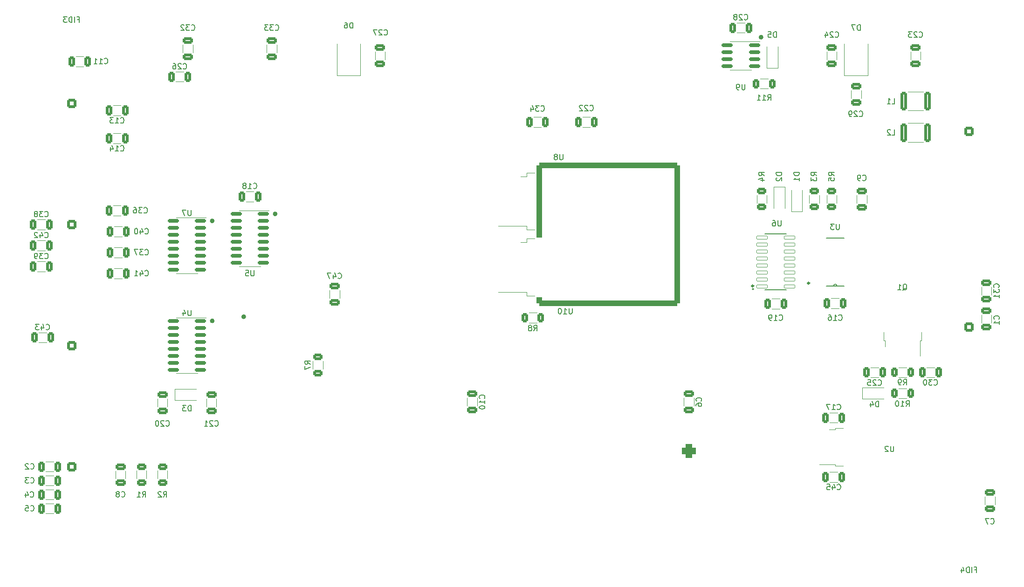
<source format=gbo>
G04 #@! TF.GenerationSoftware,KiCad,Pcbnew,7.0.9-7.0.9~ubuntu20.04.1*
G04 #@! TF.CreationDate,2023-12-17T18:48:26+01:00*
G04 #@! TF.ProjectId,linear_controller,6c696e65-6172-45f6-936f-6e74726f6c6c,1.0*
G04 #@! TF.SameCoordinates,Original*
G04 #@! TF.FileFunction,Legend,Bot*
G04 #@! TF.FilePolarity,Positive*
%FSLAX46Y46*%
G04 Gerber Fmt 4.6, Leading zero omitted, Abs format (unit mm)*
G04 Created by KiCad (PCBNEW 7.0.9-7.0.9~ubuntu20.04.1) date 2023-12-17 18:48:26*
%MOMM*%
%LPD*%
G01*
G04 APERTURE LIST*
G04 Aperture macros list*
%AMRoundRect*
0 Rectangle with rounded corners*
0 $1 Rounding radius*
0 $2 $3 $4 $5 $6 $7 $8 $9 X,Y pos of 4 corners*
0 Add a 4 corners polygon primitive as box body*
4,1,4,$2,$3,$4,$5,$6,$7,$8,$9,$2,$3,0*
0 Add four circle primitives for the rounded corners*
1,1,$1+$1,$2,$3*
1,1,$1+$1,$4,$5*
1,1,$1+$1,$6,$7*
1,1,$1+$1,$8,$9*
0 Add four rect primitives between the rounded corners*
20,1,$1+$1,$2,$3,$4,$5,0*
20,1,$1+$1,$4,$5,$6,$7,0*
20,1,$1+$1,$6,$7,$8,$9,0*
20,1,$1+$1,$8,$9,$2,$3,0*%
G04 Aperture macros list end*
%ADD10C,0.434210*%
%ADD11C,0.329000*%
%ADD12C,0.150000*%
%ADD13C,0.120000*%
%ADD14C,0.127000*%
%ADD15C,0.200000*%
%ADD16C,0.152400*%
%ADD17C,5.600000*%
%ADD18C,1.440000*%
%ADD19RoundRect,0.625000X0.625000X0.625000X-0.625000X0.625000X-0.625000X-0.625000X0.625000X-0.625000X0*%
%ADD20C,2.500000*%
%ADD21R,1.700000X1.700000*%
%ADD22O,1.700000X1.700000*%
%ADD23RoundRect,0.250000X0.600000X0.600000X-0.600000X0.600000X-0.600000X-0.600000X0.600000X-0.600000X0*%
%ADD24C,1.700000*%
%ADD25RoundRect,0.250000X-0.600000X-0.600000X0.600000X-0.600000X0.600000X0.600000X-0.600000X0.600000X0*%
%ADD26R,1.200000X1.200000*%
%ADD27C,1.200000*%
%ADD28C,8.000000*%
%ADD29R,8.000000X8.000000*%
%ADD30R,1.600000X1.600000*%
%ADD31C,1.600000*%
%ADD32O,1.600000X1.600000*%
%ADD33C,2.400000*%
%ADD34O,2.400000X2.400000*%
%ADD35R,2.600000X2.600000*%
%ADD36C,2.600000*%
%ADD37R,0.900000X1.200000*%
%ADD38R,1.200000X0.900000*%
%ADD39RoundRect,0.250000X-0.625000X0.312500X-0.625000X-0.312500X0.625000X-0.312500X0.625000X0.312500X0*%
%ADD40RoundRect,0.250000X-0.312500X-0.625000X0.312500X-0.625000X0.312500X0.625000X-0.312500X0.625000X0*%
%ADD41RoundRect,0.250000X-0.325000X-0.650000X0.325000X-0.650000X0.325000X0.650000X-0.325000X0.650000X0*%
%ADD42RoundRect,0.150000X0.825000X0.150000X-0.825000X0.150000X-0.825000X-0.150000X0.825000X-0.150000X0*%
%ADD43RoundRect,0.042000X-0.943000X-0.258000X0.943000X-0.258000X0.943000X0.258000X-0.943000X0.258000X0*%
%ADD44R,2.300000X2.500000*%
%ADD45RoundRect,0.250000X0.325000X0.650000X-0.325000X0.650000X-0.325000X-0.650000X0.325000X-0.650000X0*%
%ADD46RoundRect,0.250000X0.312500X1.450000X-0.312500X1.450000X-0.312500X-1.450000X0.312500X-1.450000X0*%
%ADD47RoundRect,0.250000X0.650000X-0.325000X0.650000X0.325000X-0.650000X0.325000X-0.650000X-0.325000X0*%
%ADD48C,2.000000*%
%ADD49RoundRect,0.250000X-0.650000X0.325000X-0.650000X-0.325000X0.650000X-0.325000X0.650000X0.325000X0*%
%ADD50RoundRect,0.250000X0.312500X0.625000X-0.312500X0.625000X-0.312500X-0.625000X0.312500X-0.625000X0*%
%ADD51R,2.200000X1.200000*%
%ADD52R,6.400000X5.800000*%
%ADD53R,1.200000X2.200000*%
%ADD54R,5.800000X6.400000*%
%ADD55RoundRect,0.250000X0.625000X-0.312500X0.625000X0.312500X-0.625000X0.312500X-0.625000X-0.312500X0*%
%ADD56R,1.701800X0.533400*%
%ADD57R,4.600000X0.800000*%
%ADD58R,9.400000X10.800000*%
%ADD59RoundRect,0.500000X-12.500000X-12.500000X12.500000X-12.500000X12.500000X12.500000X-12.500000X12.500000X0*%
G04 APERTURE END LIST*
D10*
X91479105Y-96939000D02*
G75*
G03*
X91479105Y-96939000I-217105J0D01*
G01*
X85764105Y-97701000D02*
G75*
G03*
X85764105Y-97701000I-217105J0D01*
G01*
D11*
X194042500Y-90843000D02*
G75*
G03*
X194042500Y-90843000I-164500J0D01*
G01*
D10*
X97194105Y-78270000D02*
G75*
G03*
X97194105Y-78270000I-217105J0D01*
G01*
X85764105Y-79540000D02*
G75*
G03*
X85764105Y-79540000I-217105J0D01*
G01*
D11*
X183882500Y-91351000D02*
G75*
G03*
X183882500Y-91351000I-164500J0D01*
G01*
D10*
X185459105Y-46139000D02*
G75*
G03*
X185459105Y-46139000I-217105J0D01*
G01*
D12*
X81693094Y-114074819D02*
X81693094Y-113074819D01*
X81693094Y-113074819D02*
X81454999Y-113074819D01*
X81454999Y-113074819D02*
X81312142Y-113122438D01*
X81312142Y-113122438D02*
X81216904Y-113217676D01*
X81216904Y-113217676D02*
X81169285Y-113312914D01*
X81169285Y-113312914D02*
X81121666Y-113503390D01*
X81121666Y-113503390D02*
X81121666Y-113646247D01*
X81121666Y-113646247D02*
X81169285Y-113836723D01*
X81169285Y-113836723D02*
X81216904Y-113931961D01*
X81216904Y-113931961D02*
X81312142Y-114027200D01*
X81312142Y-114027200D02*
X81454999Y-114074819D01*
X81454999Y-114074819D02*
X81693094Y-114074819D01*
X80788332Y-113074819D02*
X80169285Y-113074819D01*
X80169285Y-113074819D02*
X80502618Y-113455771D01*
X80502618Y-113455771D02*
X80359761Y-113455771D01*
X80359761Y-113455771D02*
X80264523Y-113503390D01*
X80264523Y-113503390D02*
X80216904Y-113551009D01*
X80216904Y-113551009D02*
X80169285Y-113646247D01*
X80169285Y-113646247D02*
X80169285Y-113884342D01*
X80169285Y-113884342D02*
X80216904Y-113979580D01*
X80216904Y-113979580D02*
X80264523Y-114027200D01*
X80264523Y-114027200D02*
X80359761Y-114074819D01*
X80359761Y-114074819D02*
X80645475Y-114074819D01*
X80645475Y-114074819D02*
X80740713Y-114027200D01*
X80740713Y-114027200D02*
X80788332Y-113979580D01*
X188018094Y-46169819D02*
X188018094Y-45169819D01*
X188018094Y-45169819D02*
X187779999Y-45169819D01*
X187779999Y-45169819D02*
X187637142Y-45217438D01*
X187637142Y-45217438D02*
X187541904Y-45312676D01*
X187541904Y-45312676D02*
X187494285Y-45407914D01*
X187494285Y-45407914D02*
X187446666Y-45598390D01*
X187446666Y-45598390D02*
X187446666Y-45741247D01*
X187446666Y-45741247D02*
X187494285Y-45931723D01*
X187494285Y-45931723D02*
X187541904Y-46026961D01*
X187541904Y-46026961D02*
X187637142Y-46122200D01*
X187637142Y-46122200D02*
X187779999Y-46169819D01*
X187779999Y-46169819D02*
X188018094Y-46169819D01*
X186541904Y-45169819D02*
X187018094Y-45169819D01*
X187018094Y-45169819D02*
X187065713Y-45646009D01*
X187065713Y-45646009D02*
X187018094Y-45598390D01*
X187018094Y-45598390D02*
X186922856Y-45550771D01*
X186922856Y-45550771D02*
X186684761Y-45550771D01*
X186684761Y-45550771D02*
X186589523Y-45598390D01*
X186589523Y-45598390D02*
X186541904Y-45646009D01*
X186541904Y-45646009D02*
X186494285Y-45741247D01*
X186494285Y-45741247D02*
X186494285Y-45979342D01*
X186494285Y-45979342D02*
X186541904Y-46074580D01*
X186541904Y-46074580D02*
X186589523Y-46122200D01*
X186589523Y-46122200D02*
X186684761Y-46169819D01*
X186684761Y-46169819D02*
X186922856Y-46169819D01*
X186922856Y-46169819D02*
X187018094Y-46122200D01*
X187018094Y-46122200D02*
X187065713Y-46074580D01*
X103364819Y-105568333D02*
X102888628Y-105235000D01*
X103364819Y-104996905D02*
X102364819Y-104996905D01*
X102364819Y-104996905D02*
X102364819Y-105377857D01*
X102364819Y-105377857D02*
X102412438Y-105473095D01*
X102412438Y-105473095D02*
X102460057Y-105520714D01*
X102460057Y-105520714D02*
X102555295Y-105568333D01*
X102555295Y-105568333D02*
X102698152Y-105568333D01*
X102698152Y-105568333D02*
X102793390Y-105520714D01*
X102793390Y-105520714D02*
X102841009Y-105473095D01*
X102841009Y-105473095D02*
X102888628Y-105377857D01*
X102888628Y-105377857D02*
X102888628Y-104996905D01*
X102364819Y-105901667D02*
X102364819Y-106568333D01*
X102364819Y-106568333D02*
X103364819Y-106139762D01*
X211101666Y-109339819D02*
X211434999Y-108863628D01*
X211673094Y-109339819D02*
X211673094Y-108339819D01*
X211673094Y-108339819D02*
X211292142Y-108339819D01*
X211292142Y-108339819D02*
X211196904Y-108387438D01*
X211196904Y-108387438D02*
X211149285Y-108435057D01*
X211149285Y-108435057D02*
X211101666Y-108530295D01*
X211101666Y-108530295D02*
X211101666Y-108673152D01*
X211101666Y-108673152D02*
X211149285Y-108768390D01*
X211149285Y-108768390D02*
X211196904Y-108816009D01*
X211196904Y-108816009D02*
X211292142Y-108863628D01*
X211292142Y-108863628D02*
X211673094Y-108863628D01*
X210625475Y-109339819D02*
X210434999Y-109339819D01*
X210434999Y-109339819D02*
X210339761Y-109292200D01*
X210339761Y-109292200D02*
X210292142Y-109244580D01*
X210292142Y-109244580D02*
X210196904Y-109101723D01*
X210196904Y-109101723D02*
X210149285Y-108911247D01*
X210149285Y-108911247D02*
X210149285Y-108530295D01*
X210149285Y-108530295D02*
X210196904Y-108435057D01*
X210196904Y-108435057D02*
X210244523Y-108387438D01*
X210244523Y-108387438D02*
X210339761Y-108339819D01*
X210339761Y-108339819D02*
X210530237Y-108339819D01*
X210530237Y-108339819D02*
X210625475Y-108387438D01*
X210625475Y-108387438D02*
X210673094Y-108435057D01*
X210673094Y-108435057D02*
X210720713Y-108530295D01*
X210720713Y-108530295D02*
X210720713Y-108768390D01*
X210720713Y-108768390D02*
X210673094Y-108863628D01*
X210673094Y-108863628D02*
X210625475Y-108911247D01*
X210625475Y-108911247D02*
X210530237Y-108958866D01*
X210530237Y-108958866D02*
X210339761Y-108958866D01*
X210339761Y-108958866D02*
X210244523Y-108911247D01*
X210244523Y-108911247D02*
X210196904Y-108863628D01*
X210196904Y-108863628D02*
X210149285Y-108768390D01*
X93027857Y-73564580D02*
X93075476Y-73612200D01*
X93075476Y-73612200D02*
X93218333Y-73659819D01*
X93218333Y-73659819D02*
X93313571Y-73659819D01*
X93313571Y-73659819D02*
X93456428Y-73612200D01*
X93456428Y-73612200D02*
X93551666Y-73516961D01*
X93551666Y-73516961D02*
X93599285Y-73421723D01*
X93599285Y-73421723D02*
X93646904Y-73231247D01*
X93646904Y-73231247D02*
X93646904Y-73088390D01*
X93646904Y-73088390D02*
X93599285Y-72897914D01*
X93599285Y-72897914D02*
X93551666Y-72802676D01*
X93551666Y-72802676D02*
X93456428Y-72707438D01*
X93456428Y-72707438D02*
X93313571Y-72659819D01*
X93313571Y-72659819D02*
X93218333Y-72659819D01*
X93218333Y-72659819D02*
X93075476Y-72707438D01*
X93075476Y-72707438D02*
X93027857Y-72755057D01*
X92075476Y-73659819D02*
X92646904Y-73659819D01*
X92361190Y-73659819D02*
X92361190Y-72659819D01*
X92361190Y-72659819D02*
X92456428Y-72802676D01*
X92456428Y-72802676D02*
X92551666Y-72897914D01*
X92551666Y-72897914D02*
X92646904Y-72945533D01*
X91504047Y-73088390D02*
X91599285Y-73040771D01*
X91599285Y-73040771D02*
X91646904Y-72993152D01*
X91646904Y-72993152D02*
X91694523Y-72897914D01*
X91694523Y-72897914D02*
X91694523Y-72850295D01*
X91694523Y-72850295D02*
X91646904Y-72755057D01*
X91646904Y-72755057D02*
X91599285Y-72707438D01*
X91599285Y-72707438D02*
X91504047Y-72659819D01*
X91504047Y-72659819D02*
X91313571Y-72659819D01*
X91313571Y-72659819D02*
X91218333Y-72707438D01*
X91218333Y-72707438D02*
X91170714Y-72755057D01*
X91170714Y-72755057D02*
X91123095Y-72850295D01*
X91123095Y-72850295D02*
X91123095Y-72897914D01*
X91123095Y-72897914D02*
X91170714Y-72993152D01*
X91170714Y-72993152D02*
X91218333Y-73040771D01*
X91218333Y-73040771D02*
X91313571Y-73088390D01*
X91313571Y-73088390D02*
X91504047Y-73088390D01*
X91504047Y-73088390D02*
X91599285Y-73136009D01*
X91599285Y-73136009D02*
X91646904Y-73183628D01*
X91646904Y-73183628D02*
X91694523Y-73278866D01*
X91694523Y-73278866D02*
X91694523Y-73469342D01*
X91694523Y-73469342D02*
X91646904Y-73564580D01*
X91646904Y-73564580D02*
X91599285Y-73612200D01*
X91599285Y-73612200D02*
X91504047Y-73659819D01*
X91504047Y-73659819D02*
X91313571Y-73659819D01*
X91313571Y-73659819D02*
X91218333Y-73612200D01*
X91218333Y-73612200D02*
X91170714Y-73564580D01*
X91170714Y-73564580D02*
X91123095Y-73469342D01*
X91123095Y-73469342D02*
X91123095Y-73278866D01*
X91123095Y-73278866D02*
X91170714Y-73183628D01*
X91170714Y-73183628D02*
X91218333Y-73136009D01*
X91218333Y-73136009D02*
X91313571Y-73088390D01*
X81716904Y-77554819D02*
X81716904Y-78364342D01*
X81716904Y-78364342D02*
X81669285Y-78459580D01*
X81669285Y-78459580D02*
X81621666Y-78507200D01*
X81621666Y-78507200D02*
X81526428Y-78554819D01*
X81526428Y-78554819D02*
X81335952Y-78554819D01*
X81335952Y-78554819D02*
X81240714Y-78507200D01*
X81240714Y-78507200D02*
X81193095Y-78459580D01*
X81193095Y-78459580D02*
X81145476Y-78364342D01*
X81145476Y-78364342D02*
X81145476Y-77554819D01*
X80764523Y-77554819D02*
X80097857Y-77554819D01*
X80097857Y-77554819D02*
X80526428Y-78554819D01*
X188876904Y-79459819D02*
X188876904Y-80269342D01*
X188876904Y-80269342D02*
X188829285Y-80364580D01*
X188829285Y-80364580D02*
X188781666Y-80412200D01*
X188781666Y-80412200D02*
X188686428Y-80459819D01*
X188686428Y-80459819D02*
X188495952Y-80459819D01*
X188495952Y-80459819D02*
X188400714Y-80412200D01*
X188400714Y-80412200D02*
X188353095Y-80364580D01*
X188353095Y-80364580D02*
X188305476Y-80269342D01*
X188305476Y-80269342D02*
X188305476Y-79459819D01*
X187400714Y-79459819D02*
X187591190Y-79459819D01*
X187591190Y-79459819D02*
X187686428Y-79507438D01*
X187686428Y-79507438D02*
X187734047Y-79555057D01*
X187734047Y-79555057D02*
X187829285Y-79697914D01*
X187829285Y-79697914D02*
X187876904Y-79888390D01*
X187876904Y-79888390D02*
X187876904Y-80269342D01*
X187876904Y-80269342D02*
X187829285Y-80364580D01*
X187829285Y-80364580D02*
X187781666Y-80412200D01*
X187781666Y-80412200D02*
X187686428Y-80459819D01*
X187686428Y-80459819D02*
X187495952Y-80459819D01*
X187495952Y-80459819D02*
X187400714Y-80412200D01*
X187400714Y-80412200D02*
X187353095Y-80364580D01*
X187353095Y-80364580D02*
X187305476Y-80269342D01*
X187305476Y-80269342D02*
X187305476Y-80031247D01*
X187305476Y-80031247D02*
X187353095Y-79936009D01*
X187353095Y-79936009D02*
X187400714Y-79888390D01*
X187400714Y-79888390D02*
X187495952Y-79840771D01*
X187495952Y-79840771D02*
X187686428Y-79840771D01*
X187686428Y-79840771D02*
X187781666Y-79888390D01*
X187781666Y-79888390D02*
X187829285Y-79936009D01*
X187829285Y-79936009D02*
X187876904Y-80031247D01*
X203258094Y-44899819D02*
X203258094Y-43899819D01*
X203258094Y-43899819D02*
X203019999Y-43899819D01*
X203019999Y-43899819D02*
X202877142Y-43947438D01*
X202877142Y-43947438D02*
X202781904Y-44042676D01*
X202781904Y-44042676D02*
X202734285Y-44137914D01*
X202734285Y-44137914D02*
X202686666Y-44328390D01*
X202686666Y-44328390D02*
X202686666Y-44471247D01*
X202686666Y-44471247D02*
X202734285Y-44661723D01*
X202734285Y-44661723D02*
X202781904Y-44756961D01*
X202781904Y-44756961D02*
X202877142Y-44852200D01*
X202877142Y-44852200D02*
X203019999Y-44899819D01*
X203019999Y-44899819D02*
X203258094Y-44899819D01*
X202353332Y-43899819D02*
X201686666Y-43899819D01*
X201686666Y-43899819D02*
X202115237Y-44899819D01*
X65967857Y-50864580D02*
X66015476Y-50912200D01*
X66015476Y-50912200D02*
X66158333Y-50959819D01*
X66158333Y-50959819D02*
X66253571Y-50959819D01*
X66253571Y-50959819D02*
X66396428Y-50912200D01*
X66396428Y-50912200D02*
X66491666Y-50816961D01*
X66491666Y-50816961D02*
X66539285Y-50721723D01*
X66539285Y-50721723D02*
X66586904Y-50531247D01*
X66586904Y-50531247D02*
X66586904Y-50388390D01*
X66586904Y-50388390D02*
X66539285Y-50197914D01*
X66539285Y-50197914D02*
X66491666Y-50102676D01*
X66491666Y-50102676D02*
X66396428Y-50007438D01*
X66396428Y-50007438D02*
X66253571Y-49959819D01*
X66253571Y-49959819D02*
X66158333Y-49959819D01*
X66158333Y-49959819D02*
X66015476Y-50007438D01*
X66015476Y-50007438D02*
X65967857Y-50055057D01*
X65015476Y-50959819D02*
X65586904Y-50959819D01*
X65301190Y-50959819D02*
X65301190Y-49959819D01*
X65301190Y-49959819D02*
X65396428Y-50102676D01*
X65396428Y-50102676D02*
X65491666Y-50197914D01*
X65491666Y-50197914D02*
X65586904Y-50245533D01*
X64063095Y-50959819D02*
X64634523Y-50959819D01*
X64348809Y-50959819D02*
X64348809Y-49959819D01*
X64348809Y-49959819D02*
X64444047Y-50102676D01*
X64444047Y-50102676D02*
X64539285Y-50197914D01*
X64539285Y-50197914D02*
X64634523Y-50245533D01*
X52546666Y-132169580D02*
X52594285Y-132217200D01*
X52594285Y-132217200D02*
X52737142Y-132264819D01*
X52737142Y-132264819D02*
X52832380Y-132264819D01*
X52832380Y-132264819D02*
X52975237Y-132217200D01*
X52975237Y-132217200D02*
X53070475Y-132121961D01*
X53070475Y-132121961D02*
X53118094Y-132026723D01*
X53118094Y-132026723D02*
X53165713Y-131836247D01*
X53165713Y-131836247D02*
X53165713Y-131693390D01*
X53165713Y-131693390D02*
X53118094Y-131502914D01*
X53118094Y-131502914D02*
X53070475Y-131407676D01*
X53070475Y-131407676D02*
X52975237Y-131312438D01*
X52975237Y-131312438D02*
X52832380Y-131264819D01*
X52832380Y-131264819D02*
X52737142Y-131264819D01*
X52737142Y-131264819D02*
X52594285Y-131312438D01*
X52594285Y-131312438D02*
X52546666Y-131360057D01*
X51641904Y-131264819D02*
X52118094Y-131264819D01*
X52118094Y-131264819D02*
X52165713Y-131741009D01*
X52165713Y-131741009D02*
X52118094Y-131693390D01*
X52118094Y-131693390D02*
X52022856Y-131645771D01*
X52022856Y-131645771D02*
X51784761Y-131645771D01*
X51784761Y-131645771D02*
X51689523Y-131693390D01*
X51689523Y-131693390D02*
X51641904Y-131741009D01*
X51641904Y-131741009D02*
X51594285Y-131836247D01*
X51594285Y-131836247D02*
X51594285Y-132074342D01*
X51594285Y-132074342D02*
X51641904Y-132169580D01*
X51641904Y-132169580D02*
X51689523Y-132217200D01*
X51689523Y-132217200D02*
X51784761Y-132264819D01*
X51784761Y-132264819D02*
X52022856Y-132264819D01*
X52022856Y-132264819D02*
X52118094Y-132217200D01*
X52118094Y-132217200D02*
X52165713Y-132169580D01*
X198529819Y-71328333D02*
X198053628Y-70995000D01*
X198529819Y-70756905D02*
X197529819Y-70756905D01*
X197529819Y-70756905D02*
X197529819Y-71137857D01*
X197529819Y-71137857D02*
X197577438Y-71233095D01*
X197577438Y-71233095D02*
X197625057Y-71280714D01*
X197625057Y-71280714D02*
X197720295Y-71328333D01*
X197720295Y-71328333D02*
X197863152Y-71328333D01*
X197863152Y-71328333D02*
X197958390Y-71280714D01*
X197958390Y-71280714D02*
X198006009Y-71233095D01*
X198006009Y-71233095D02*
X198053628Y-71137857D01*
X198053628Y-71137857D02*
X198053628Y-70756905D01*
X197529819Y-72233095D02*
X197529819Y-71756905D01*
X197529819Y-71756905D02*
X198006009Y-71709286D01*
X198006009Y-71709286D02*
X197958390Y-71756905D01*
X197958390Y-71756905D02*
X197910771Y-71852143D01*
X197910771Y-71852143D02*
X197910771Y-72090238D01*
X197910771Y-72090238D02*
X197958390Y-72185476D01*
X197958390Y-72185476D02*
X198006009Y-72233095D01*
X198006009Y-72233095D02*
X198101247Y-72280714D01*
X198101247Y-72280714D02*
X198339342Y-72280714D01*
X198339342Y-72280714D02*
X198434580Y-72233095D01*
X198434580Y-72233095D02*
X198482200Y-72185476D01*
X198482200Y-72185476D02*
X198529819Y-72090238D01*
X198529819Y-72090238D02*
X198529819Y-71852143D01*
X198529819Y-71852143D02*
X198482200Y-71756905D01*
X198482200Y-71756905D02*
X198434580Y-71709286D01*
X209036666Y-63949819D02*
X209512856Y-63949819D01*
X209512856Y-63949819D02*
X209512856Y-62949819D01*
X208750951Y-63045057D02*
X208703332Y-62997438D01*
X208703332Y-62997438D02*
X208608094Y-62949819D01*
X208608094Y-62949819D02*
X208369999Y-62949819D01*
X208369999Y-62949819D02*
X208274761Y-62997438D01*
X208274761Y-62997438D02*
X208227142Y-63045057D01*
X208227142Y-63045057D02*
X208179523Y-63140295D01*
X208179523Y-63140295D02*
X208179523Y-63235533D01*
X208179523Y-63235533D02*
X208227142Y-63378390D01*
X208227142Y-63378390D02*
X208798570Y-63949819D01*
X208798570Y-63949819D02*
X208179523Y-63949819D01*
X189004819Y-70756905D02*
X188004819Y-70756905D01*
X188004819Y-70756905D02*
X188004819Y-70995000D01*
X188004819Y-70995000D02*
X188052438Y-71137857D01*
X188052438Y-71137857D02*
X188147676Y-71233095D01*
X188147676Y-71233095D02*
X188242914Y-71280714D01*
X188242914Y-71280714D02*
X188433390Y-71328333D01*
X188433390Y-71328333D02*
X188576247Y-71328333D01*
X188576247Y-71328333D02*
X188766723Y-71280714D01*
X188766723Y-71280714D02*
X188861961Y-71233095D01*
X188861961Y-71233095D02*
X188957200Y-71137857D01*
X188957200Y-71137857D02*
X189004819Y-70995000D01*
X189004819Y-70995000D02*
X189004819Y-70756905D01*
X188100057Y-71709286D02*
X188052438Y-71756905D01*
X188052438Y-71756905D02*
X188004819Y-71852143D01*
X188004819Y-71852143D02*
X188004819Y-72090238D01*
X188004819Y-72090238D02*
X188052438Y-72185476D01*
X188052438Y-72185476D02*
X188100057Y-72233095D01*
X188100057Y-72233095D02*
X188195295Y-72280714D01*
X188195295Y-72280714D02*
X188290533Y-72280714D01*
X188290533Y-72280714D02*
X188433390Y-72233095D01*
X188433390Y-72233095D02*
X189004819Y-71661667D01*
X189004819Y-71661667D02*
X189004819Y-72280714D01*
X52546666Y-127089580D02*
X52594285Y-127137200D01*
X52594285Y-127137200D02*
X52737142Y-127184819D01*
X52737142Y-127184819D02*
X52832380Y-127184819D01*
X52832380Y-127184819D02*
X52975237Y-127137200D01*
X52975237Y-127137200D02*
X53070475Y-127041961D01*
X53070475Y-127041961D02*
X53118094Y-126946723D01*
X53118094Y-126946723D02*
X53165713Y-126756247D01*
X53165713Y-126756247D02*
X53165713Y-126613390D01*
X53165713Y-126613390D02*
X53118094Y-126422914D01*
X53118094Y-126422914D02*
X53070475Y-126327676D01*
X53070475Y-126327676D02*
X52975237Y-126232438D01*
X52975237Y-126232438D02*
X52832380Y-126184819D01*
X52832380Y-126184819D02*
X52737142Y-126184819D01*
X52737142Y-126184819D02*
X52594285Y-126232438D01*
X52594285Y-126232438D02*
X52546666Y-126280057D01*
X52213332Y-126184819D02*
X51594285Y-126184819D01*
X51594285Y-126184819D02*
X51927618Y-126565771D01*
X51927618Y-126565771D02*
X51784761Y-126565771D01*
X51784761Y-126565771D02*
X51689523Y-126613390D01*
X51689523Y-126613390D02*
X51641904Y-126661009D01*
X51641904Y-126661009D02*
X51594285Y-126756247D01*
X51594285Y-126756247D02*
X51594285Y-126994342D01*
X51594285Y-126994342D02*
X51641904Y-127089580D01*
X51641904Y-127089580D02*
X51689523Y-127137200D01*
X51689523Y-127137200D02*
X51784761Y-127184819D01*
X51784761Y-127184819D02*
X52070475Y-127184819D01*
X52070475Y-127184819D02*
X52165713Y-127137200D01*
X52165713Y-127137200D02*
X52213332Y-127089580D01*
X134976080Y-111799642D02*
X135023700Y-111752023D01*
X135023700Y-111752023D02*
X135071319Y-111609166D01*
X135071319Y-111609166D02*
X135071319Y-111513928D01*
X135071319Y-111513928D02*
X135023700Y-111371071D01*
X135023700Y-111371071D02*
X134928461Y-111275833D01*
X134928461Y-111275833D02*
X134833223Y-111228214D01*
X134833223Y-111228214D02*
X134642747Y-111180595D01*
X134642747Y-111180595D02*
X134499890Y-111180595D01*
X134499890Y-111180595D02*
X134309414Y-111228214D01*
X134309414Y-111228214D02*
X134214176Y-111275833D01*
X134214176Y-111275833D02*
X134118938Y-111371071D01*
X134118938Y-111371071D02*
X134071319Y-111513928D01*
X134071319Y-111513928D02*
X134071319Y-111609166D01*
X134071319Y-111609166D02*
X134118938Y-111752023D01*
X134118938Y-111752023D02*
X134166557Y-111799642D01*
X135071319Y-112752023D02*
X135071319Y-112180595D01*
X135071319Y-112466309D02*
X134071319Y-112466309D01*
X134071319Y-112466309D02*
X134214176Y-112371071D01*
X134214176Y-112371071D02*
X134309414Y-112275833D01*
X134309414Y-112275833D02*
X134357033Y-112180595D01*
X134071319Y-113371071D02*
X134071319Y-113466309D01*
X134071319Y-113466309D02*
X134118938Y-113561547D01*
X134118938Y-113561547D02*
X134166557Y-113609166D01*
X134166557Y-113609166D02*
X134261795Y-113656785D01*
X134261795Y-113656785D02*
X134452271Y-113704404D01*
X134452271Y-113704404D02*
X134690366Y-113704404D01*
X134690366Y-113704404D02*
X134880842Y-113656785D01*
X134880842Y-113656785D02*
X134976080Y-113609166D01*
X134976080Y-113609166D02*
X135023700Y-113561547D01*
X135023700Y-113561547D02*
X135071319Y-113466309D01*
X135071319Y-113466309D02*
X135071319Y-113371071D01*
X135071319Y-113371071D02*
X135023700Y-113275833D01*
X135023700Y-113275833D02*
X134976080Y-113228214D01*
X134976080Y-113228214D02*
X134880842Y-113180595D01*
X134880842Y-113180595D02*
X134690366Y-113132976D01*
X134690366Y-113132976D02*
X134452271Y-113132976D01*
X134452271Y-113132976D02*
X134261795Y-113180595D01*
X134261795Y-113180595D02*
X134166557Y-113228214D01*
X134166557Y-113228214D02*
X134118938Y-113275833D01*
X134118938Y-113275833D02*
X134071319Y-113371071D01*
X224071428Y-142931009D02*
X224404761Y-142931009D01*
X224404761Y-143454819D02*
X224404761Y-142454819D01*
X224404761Y-142454819D02*
X223928571Y-142454819D01*
X223547618Y-143454819D02*
X223547618Y-142454819D01*
X223071428Y-143454819D02*
X223071428Y-142454819D01*
X223071428Y-142454819D02*
X222833333Y-142454819D01*
X222833333Y-142454819D02*
X222690476Y-142502438D01*
X222690476Y-142502438D02*
X222595238Y-142597676D01*
X222595238Y-142597676D02*
X222547619Y-142692914D01*
X222547619Y-142692914D02*
X222500000Y-142883390D01*
X222500000Y-142883390D02*
X222500000Y-143026247D01*
X222500000Y-143026247D02*
X222547619Y-143216723D01*
X222547619Y-143216723D02*
X222595238Y-143311961D01*
X222595238Y-143311961D02*
X222690476Y-143407200D01*
X222690476Y-143407200D02*
X222833333Y-143454819D01*
X222833333Y-143454819D02*
X223071428Y-143454819D01*
X221642857Y-142788152D02*
X221642857Y-143454819D01*
X221880952Y-142407200D02*
X222119047Y-143121485D01*
X222119047Y-143121485D02*
X221500000Y-143121485D01*
X96997857Y-44804580D02*
X97045476Y-44852200D01*
X97045476Y-44852200D02*
X97188333Y-44899819D01*
X97188333Y-44899819D02*
X97283571Y-44899819D01*
X97283571Y-44899819D02*
X97426428Y-44852200D01*
X97426428Y-44852200D02*
X97521666Y-44756961D01*
X97521666Y-44756961D02*
X97569285Y-44661723D01*
X97569285Y-44661723D02*
X97616904Y-44471247D01*
X97616904Y-44471247D02*
X97616904Y-44328390D01*
X97616904Y-44328390D02*
X97569285Y-44137914D01*
X97569285Y-44137914D02*
X97521666Y-44042676D01*
X97521666Y-44042676D02*
X97426428Y-43947438D01*
X97426428Y-43947438D02*
X97283571Y-43899819D01*
X97283571Y-43899819D02*
X97188333Y-43899819D01*
X97188333Y-43899819D02*
X97045476Y-43947438D01*
X97045476Y-43947438D02*
X96997857Y-43995057D01*
X96664523Y-43899819D02*
X96045476Y-43899819D01*
X96045476Y-43899819D02*
X96378809Y-44280771D01*
X96378809Y-44280771D02*
X96235952Y-44280771D01*
X96235952Y-44280771D02*
X96140714Y-44328390D01*
X96140714Y-44328390D02*
X96093095Y-44376009D01*
X96093095Y-44376009D02*
X96045476Y-44471247D01*
X96045476Y-44471247D02*
X96045476Y-44709342D01*
X96045476Y-44709342D02*
X96093095Y-44804580D01*
X96093095Y-44804580D02*
X96140714Y-44852200D01*
X96140714Y-44852200D02*
X96235952Y-44899819D01*
X96235952Y-44899819D02*
X96521666Y-44899819D01*
X96521666Y-44899819D02*
X96616904Y-44852200D01*
X96616904Y-44852200D02*
X96664523Y-44804580D01*
X95712142Y-43899819D02*
X95093095Y-43899819D01*
X95093095Y-43899819D02*
X95426428Y-44280771D01*
X95426428Y-44280771D02*
X95283571Y-44280771D01*
X95283571Y-44280771D02*
X95188333Y-44328390D01*
X95188333Y-44328390D02*
X95140714Y-44376009D01*
X95140714Y-44376009D02*
X95093095Y-44471247D01*
X95093095Y-44471247D02*
X95093095Y-44709342D01*
X95093095Y-44709342D02*
X95140714Y-44804580D01*
X95140714Y-44804580D02*
X95188333Y-44852200D01*
X95188333Y-44852200D02*
X95283571Y-44899819D01*
X95283571Y-44899819D02*
X95569285Y-44899819D01*
X95569285Y-44899819D02*
X95664523Y-44852200D01*
X95664523Y-44852200D02*
X95712142Y-44804580D01*
X206593094Y-113329819D02*
X206593094Y-112329819D01*
X206593094Y-112329819D02*
X206354999Y-112329819D01*
X206354999Y-112329819D02*
X206212142Y-112377438D01*
X206212142Y-112377438D02*
X206116904Y-112472676D01*
X206116904Y-112472676D02*
X206069285Y-112567914D01*
X206069285Y-112567914D02*
X206021666Y-112758390D01*
X206021666Y-112758390D02*
X206021666Y-112901247D01*
X206021666Y-112901247D02*
X206069285Y-113091723D01*
X206069285Y-113091723D02*
X206116904Y-113186961D01*
X206116904Y-113186961D02*
X206212142Y-113282200D01*
X206212142Y-113282200D02*
X206354999Y-113329819D01*
X206354999Y-113329819D02*
X206593094Y-113329819D01*
X205164523Y-112663152D02*
X205164523Y-113329819D01*
X205402618Y-112282200D02*
X205640713Y-112996485D01*
X205640713Y-112996485D02*
X205021666Y-112996485D01*
X188552857Y-97509580D02*
X188600476Y-97557200D01*
X188600476Y-97557200D02*
X188743333Y-97604819D01*
X188743333Y-97604819D02*
X188838571Y-97604819D01*
X188838571Y-97604819D02*
X188981428Y-97557200D01*
X188981428Y-97557200D02*
X189076666Y-97461961D01*
X189076666Y-97461961D02*
X189124285Y-97366723D01*
X189124285Y-97366723D02*
X189171904Y-97176247D01*
X189171904Y-97176247D02*
X189171904Y-97033390D01*
X189171904Y-97033390D02*
X189124285Y-96842914D01*
X189124285Y-96842914D02*
X189076666Y-96747676D01*
X189076666Y-96747676D02*
X188981428Y-96652438D01*
X188981428Y-96652438D02*
X188838571Y-96604819D01*
X188838571Y-96604819D02*
X188743333Y-96604819D01*
X188743333Y-96604819D02*
X188600476Y-96652438D01*
X188600476Y-96652438D02*
X188552857Y-96700057D01*
X187600476Y-97604819D02*
X188171904Y-97604819D01*
X187886190Y-97604819D02*
X187886190Y-96604819D01*
X187886190Y-96604819D02*
X187981428Y-96747676D01*
X187981428Y-96747676D02*
X188076666Y-96842914D01*
X188076666Y-96842914D02*
X188171904Y-96890533D01*
X187124285Y-97604819D02*
X186933809Y-97604819D01*
X186933809Y-97604819D02*
X186838571Y-97557200D01*
X186838571Y-97557200D02*
X186790952Y-97509580D01*
X186790952Y-97509580D02*
X186695714Y-97366723D01*
X186695714Y-97366723D02*
X186648095Y-97176247D01*
X186648095Y-97176247D02*
X186648095Y-96795295D01*
X186648095Y-96795295D02*
X186695714Y-96700057D01*
X186695714Y-96700057D02*
X186743333Y-96652438D01*
X186743333Y-96652438D02*
X186838571Y-96604819D01*
X186838571Y-96604819D02*
X187029047Y-96604819D01*
X187029047Y-96604819D02*
X187124285Y-96652438D01*
X187124285Y-96652438D02*
X187171904Y-96700057D01*
X187171904Y-96700057D02*
X187219523Y-96795295D01*
X187219523Y-96795295D02*
X187219523Y-97033390D01*
X187219523Y-97033390D02*
X187171904Y-97128628D01*
X187171904Y-97128628D02*
X187124285Y-97176247D01*
X187124285Y-97176247D02*
X187029047Y-97223866D01*
X187029047Y-97223866D02*
X186838571Y-97223866D01*
X186838571Y-97223866D02*
X186743333Y-97176247D01*
X186743333Y-97176247D02*
X186695714Y-97128628D01*
X186695714Y-97128628D02*
X186648095Y-97033390D01*
X68897857Y-66749580D02*
X68945476Y-66797200D01*
X68945476Y-66797200D02*
X69088333Y-66844819D01*
X69088333Y-66844819D02*
X69183571Y-66844819D01*
X69183571Y-66844819D02*
X69326428Y-66797200D01*
X69326428Y-66797200D02*
X69421666Y-66701961D01*
X69421666Y-66701961D02*
X69469285Y-66606723D01*
X69469285Y-66606723D02*
X69516904Y-66416247D01*
X69516904Y-66416247D02*
X69516904Y-66273390D01*
X69516904Y-66273390D02*
X69469285Y-66082914D01*
X69469285Y-66082914D02*
X69421666Y-65987676D01*
X69421666Y-65987676D02*
X69326428Y-65892438D01*
X69326428Y-65892438D02*
X69183571Y-65844819D01*
X69183571Y-65844819D02*
X69088333Y-65844819D01*
X69088333Y-65844819D02*
X68945476Y-65892438D01*
X68945476Y-65892438D02*
X68897857Y-65940057D01*
X67945476Y-66844819D02*
X68516904Y-66844819D01*
X68231190Y-66844819D02*
X68231190Y-65844819D01*
X68231190Y-65844819D02*
X68326428Y-65987676D01*
X68326428Y-65987676D02*
X68421666Y-66082914D01*
X68421666Y-66082914D02*
X68516904Y-66130533D01*
X67088333Y-66178152D02*
X67088333Y-66844819D01*
X67326428Y-65797200D02*
X67564523Y-66511485D01*
X67564523Y-66511485D02*
X66945476Y-66511485D01*
X81757857Y-44804580D02*
X81805476Y-44852200D01*
X81805476Y-44852200D02*
X81948333Y-44899819D01*
X81948333Y-44899819D02*
X82043571Y-44899819D01*
X82043571Y-44899819D02*
X82186428Y-44852200D01*
X82186428Y-44852200D02*
X82281666Y-44756961D01*
X82281666Y-44756961D02*
X82329285Y-44661723D01*
X82329285Y-44661723D02*
X82376904Y-44471247D01*
X82376904Y-44471247D02*
X82376904Y-44328390D01*
X82376904Y-44328390D02*
X82329285Y-44137914D01*
X82329285Y-44137914D02*
X82281666Y-44042676D01*
X82281666Y-44042676D02*
X82186428Y-43947438D01*
X82186428Y-43947438D02*
X82043571Y-43899819D01*
X82043571Y-43899819D02*
X81948333Y-43899819D01*
X81948333Y-43899819D02*
X81805476Y-43947438D01*
X81805476Y-43947438D02*
X81757857Y-43995057D01*
X81424523Y-43899819D02*
X80805476Y-43899819D01*
X80805476Y-43899819D02*
X81138809Y-44280771D01*
X81138809Y-44280771D02*
X80995952Y-44280771D01*
X80995952Y-44280771D02*
X80900714Y-44328390D01*
X80900714Y-44328390D02*
X80853095Y-44376009D01*
X80853095Y-44376009D02*
X80805476Y-44471247D01*
X80805476Y-44471247D02*
X80805476Y-44709342D01*
X80805476Y-44709342D02*
X80853095Y-44804580D01*
X80853095Y-44804580D02*
X80900714Y-44852200D01*
X80900714Y-44852200D02*
X80995952Y-44899819D01*
X80995952Y-44899819D02*
X81281666Y-44899819D01*
X81281666Y-44899819D02*
X81376904Y-44852200D01*
X81376904Y-44852200D02*
X81424523Y-44804580D01*
X80424523Y-43995057D02*
X80376904Y-43947438D01*
X80376904Y-43947438D02*
X80281666Y-43899819D01*
X80281666Y-43899819D02*
X80043571Y-43899819D01*
X80043571Y-43899819D02*
X79948333Y-43947438D01*
X79948333Y-43947438D02*
X79900714Y-43995057D01*
X79900714Y-43995057D02*
X79853095Y-44090295D01*
X79853095Y-44090295D02*
X79853095Y-44185533D01*
X79853095Y-44185533D02*
X79900714Y-44328390D01*
X79900714Y-44328390D02*
X80472142Y-44899819D01*
X80472142Y-44899819D02*
X79853095Y-44899819D01*
X228439580Y-97373333D02*
X228487200Y-97325714D01*
X228487200Y-97325714D02*
X228534819Y-97182857D01*
X228534819Y-97182857D02*
X228534819Y-97087619D01*
X228534819Y-97087619D02*
X228487200Y-96944762D01*
X228487200Y-96944762D02*
X228391961Y-96849524D01*
X228391961Y-96849524D02*
X228296723Y-96801905D01*
X228296723Y-96801905D02*
X228106247Y-96754286D01*
X228106247Y-96754286D02*
X227963390Y-96754286D01*
X227963390Y-96754286D02*
X227772914Y-96801905D01*
X227772914Y-96801905D02*
X227677676Y-96849524D01*
X227677676Y-96849524D02*
X227582438Y-96944762D01*
X227582438Y-96944762D02*
X227534819Y-97087619D01*
X227534819Y-97087619D02*
X227534819Y-97182857D01*
X227534819Y-97182857D02*
X227582438Y-97325714D01*
X227582438Y-97325714D02*
X227630057Y-97373333D01*
X228534819Y-98325714D02*
X228534819Y-97754286D01*
X228534819Y-98040000D02*
X227534819Y-98040000D01*
X227534819Y-98040000D02*
X227677676Y-97944762D01*
X227677676Y-97944762D02*
X227772914Y-97849524D01*
X227772914Y-97849524D02*
X227820533Y-97754286D01*
X145257857Y-59489580D02*
X145305476Y-59537200D01*
X145305476Y-59537200D02*
X145448333Y-59584819D01*
X145448333Y-59584819D02*
X145543571Y-59584819D01*
X145543571Y-59584819D02*
X145686428Y-59537200D01*
X145686428Y-59537200D02*
X145781666Y-59441961D01*
X145781666Y-59441961D02*
X145829285Y-59346723D01*
X145829285Y-59346723D02*
X145876904Y-59156247D01*
X145876904Y-59156247D02*
X145876904Y-59013390D01*
X145876904Y-59013390D02*
X145829285Y-58822914D01*
X145829285Y-58822914D02*
X145781666Y-58727676D01*
X145781666Y-58727676D02*
X145686428Y-58632438D01*
X145686428Y-58632438D02*
X145543571Y-58584819D01*
X145543571Y-58584819D02*
X145448333Y-58584819D01*
X145448333Y-58584819D02*
X145305476Y-58632438D01*
X145305476Y-58632438D02*
X145257857Y-58680057D01*
X144924523Y-58584819D02*
X144305476Y-58584819D01*
X144305476Y-58584819D02*
X144638809Y-58965771D01*
X144638809Y-58965771D02*
X144495952Y-58965771D01*
X144495952Y-58965771D02*
X144400714Y-59013390D01*
X144400714Y-59013390D02*
X144353095Y-59061009D01*
X144353095Y-59061009D02*
X144305476Y-59156247D01*
X144305476Y-59156247D02*
X144305476Y-59394342D01*
X144305476Y-59394342D02*
X144353095Y-59489580D01*
X144353095Y-59489580D02*
X144400714Y-59537200D01*
X144400714Y-59537200D02*
X144495952Y-59584819D01*
X144495952Y-59584819D02*
X144781666Y-59584819D01*
X144781666Y-59584819D02*
X144876904Y-59537200D01*
X144876904Y-59537200D02*
X144924523Y-59489580D01*
X143448333Y-58918152D02*
X143448333Y-59584819D01*
X143686428Y-58537200D02*
X143924523Y-59251485D01*
X143924523Y-59251485D02*
X143305476Y-59251485D01*
X68897857Y-61669580D02*
X68945476Y-61717200D01*
X68945476Y-61717200D02*
X69088333Y-61764819D01*
X69088333Y-61764819D02*
X69183571Y-61764819D01*
X69183571Y-61764819D02*
X69326428Y-61717200D01*
X69326428Y-61717200D02*
X69421666Y-61621961D01*
X69421666Y-61621961D02*
X69469285Y-61526723D01*
X69469285Y-61526723D02*
X69516904Y-61336247D01*
X69516904Y-61336247D02*
X69516904Y-61193390D01*
X69516904Y-61193390D02*
X69469285Y-61002914D01*
X69469285Y-61002914D02*
X69421666Y-60907676D01*
X69421666Y-60907676D02*
X69326428Y-60812438D01*
X69326428Y-60812438D02*
X69183571Y-60764819D01*
X69183571Y-60764819D02*
X69088333Y-60764819D01*
X69088333Y-60764819D02*
X68945476Y-60812438D01*
X68945476Y-60812438D02*
X68897857Y-60860057D01*
X67945476Y-61764819D02*
X68516904Y-61764819D01*
X68231190Y-61764819D02*
X68231190Y-60764819D01*
X68231190Y-60764819D02*
X68326428Y-60907676D01*
X68326428Y-60907676D02*
X68421666Y-61002914D01*
X68421666Y-61002914D02*
X68516904Y-61050533D01*
X67612142Y-60764819D02*
X66993095Y-60764819D01*
X66993095Y-60764819D02*
X67326428Y-61145771D01*
X67326428Y-61145771D02*
X67183571Y-61145771D01*
X67183571Y-61145771D02*
X67088333Y-61193390D01*
X67088333Y-61193390D02*
X67040714Y-61241009D01*
X67040714Y-61241009D02*
X66993095Y-61336247D01*
X66993095Y-61336247D02*
X66993095Y-61574342D01*
X66993095Y-61574342D02*
X67040714Y-61669580D01*
X67040714Y-61669580D02*
X67088333Y-61717200D01*
X67088333Y-61717200D02*
X67183571Y-61764819D01*
X67183571Y-61764819D02*
X67469285Y-61764819D01*
X67469285Y-61764819D02*
X67564523Y-61717200D01*
X67564523Y-61717200D02*
X67612142Y-61669580D01*
X174346080Y-112275833D02*
X174393700Y-112228214D01*
X174393700Y-112228214D02*
X174441319Y-112085357D01*
X174441319Y-112085357D02*
X174441319Y-111990119D01*
X174441319Y-111990119D02*
X174393700Y-111847262D01*
X174393700Y-111847262D02*
X174298461Y-111752024D01*
X174298461Y-111752024D02*
X174203223Y-111704405D01*
X174203223Y-111704405D02*
X174012747Y-111656786D01*
X174012747Y-111656786D02*
X173869890Y-111656786D01*
X173869890Y-111656786D02*
X173679414Y-111704405D01*
X173679414Y-111704405D02*
X173584176Y-111752024D01*
X173584176Y-111752024D02*
X173488938Y-111847262D01*
X173488938Y-111847262D02*
X173441319Y-111990119D01*
X173441319Y-111990119D02*
X173441319Y-112085357D01*
X173441319Y-112085357D02*
X173488938Y-112228214D01*
X173488938Y-112228214D02*
X173536557Y-112275833D01*
X173441319Y-113132976D02*
X173441319Y-112942500D01*
X173441319Y-112942500D02*
X173488938Y-112847262D01*
X173488938Y-112847262D02*
X173536557Y-112799643D01*
X173536557Y-112799643D02*
X173679414Y-112704405D01*
X173679414Y-112704405D02*
X173869890Y-112656786D01*
X173869890Y-112656786D02*
X174250842Y-112656786D01*
X174250842Y-112656786D02*
X174346080Y-112704405D01*
X174346080Y-112704405D02*
X174393700Y-112752024D01*
X174393700Y-112752024D02*
X174441319Y-112847262D01*
X174441319Y-112847262D02*
X174441319Y-113037738D01*
X174441319Y-113037738D02*
X174393700Y-113132976D01*
X174393700Y-113132976D02*
X174346080Y-113180595D01*
X174346080Y-113180595D02*
X174250842Y-113228214D01*
X174250842Y-113228214D02*
X174012747Y-113228214D01*
X174012747Y-113228214D02*
X173917509Y-113180595D01*
X173917509Y-113180595D02*
X173869890Y-113132976D01*
X173869890Y-113132976D02*
X173822271Y-113037738D01*
X173822271Y-113037738D02*
X173822271Y-112847262D01*
X173822271Y-112847262D02*
X173869890Y-112752024D01*
X173869890Y-112752024D02*
X173917509Y-112704405D01*
X173917509Y-112704405D02*
X174012747Y-112656786D01*
X80282857Y-51844580D02*
X80330476Y-51892200D01*
X80330476Y-51892200D02*
X80473333Y-51939819D01*
X80473333Y-51939819D02*
X80568571Y-51939819D01*
X80568571Y-51939819D02*
X80711428Y-51892200D01*
X80711428Y-51892200D02*
X80806666Y-51796961D01*
X80806666Y-51796961D02*
X80854285Y-51701723D01*
X80854285Y-51701723D02*
X80901904Y-51511247D01*
X80901904Y-51511247D02*
X80901904Y-51368390D01*
X80901904Y-51368390D02*
X80854285Y-51177914D01*
X80854285Y-51177914D02*
X80806666Y-51082676D01*
X80806666Y-51082676D02*
X80711428Y-50987438D01*
X80711428Y-50987438D02*
X80568571Y-50939819D01*
X80568571Y-50939819D02*
X80473333Y-50939819D01*
X80473333Y-50939819D02*
X80330476Y-50987438D01*
X80330476Y-50987438D02*
X80282857Y-51035057D01*
X79901904Y-51035057D02*
X79854285Y-50987438D01*
X79854285Y-50987438D02*
X79759047Y-50939819D01*
X79759047Y-50939819D02*
X79520952Y-50939819D01*
X79520952Y-50939819D02*
X79425714Y-50987438D01*
X79425714Y-50987438D02*
X79378095Y-51035057D01*
X79378095Y-51035057D02*
X79330476Y-51130295D01*
X79330476Y-51130295D02*
X79330476Y-51225533D01*
X79330476Y-51225533D02*
X79378095Y-51368390D01*
X79378095Y-51368390D02*
X79949523Y-51939819D01*
X79949523Y-51939819D02*
X79330476Y-51939819D01*
X78473333Y-50939819D02*
X78663809Y-50939819D01*
X78663809Y-50939819D02*
X78759047Y-50987438D01*
X78759047Y-50987438D02*
X78806666Y-51035057D01*
X78806666Y-51035057D02*
X78901904Y-51177914D01*
X78901904Y-51177914D02*
X78949523Y-51368390D01*
X78949523Y-51368390D02*
X78949523Y-51749342D01*
X78949523Y-51749342D02*
X78901904Y-51844580D01*
X78901904Y-51844580D02*
X78854285Y-51892200D01*
X78854285Y-51892200D02*
X78759047Y-51939819D01*
X78759047Y-51939819D02*
X78568571Y-51939819D01*
X78568571Y-51939819D02*
X78473333Y-51892200D01*
X78473333Y-51892200D02*
X78425714Y-51844580D01*
X78425714Y-51844580D02*
X78378095Y-51749342D01*
X78378095Y-51749342D02*
X78378095Y-51511247D01*
X78378095Y-51511247D02*
X78425714Y-51416009D01*
X78425714Y-51416009D02*
X78473333Y-51368390D01*
X78473333Y-51368390D02*
X78568571Y-51320771D01*
X78568571Y-51320771D02*
X78759047Y-51320771D01*
X78759047Y-51320771D02*
X78854285Y-51368390D01*
X78854285Y-51368390D02*
X78901904Y-51416009D01*
X78901904Y-51416009D02*
X78949523Y-51511247D01*
X216657857Y-109274580D02*
X216705476Y-109322200D01*
X216705476Y-109322200D02*
X216848333Y-109369819D01*
X216848333Y-109369819D02*
X216943571Y-109369819D01*
X216943571Y-109369819D02*
X217086428Y-109322200D01*
X217086428Y-109322200D02*
X217181666Y-109226961D01*
X217181666Y-109226961D02*
X217229285Y-109131723D01*
X217229285Y-109131723D02*
X217276904Y-108941247D01*
X217276904Y-108941247D02*
X217276904Y-108798390D01*
X217276904Y-108798390D02*
X217229285Y-108607914D01*
X217229285Y-108607914D02*
X217181666Y-108512676D01*
X217181666Y-108512676D02*
X217086428Y-108417438D01*
X217086428Y-108417438D02*
X216943571Y-108369819D01*
X216943571Y-108369819D02*
X216848333Y-108369819D01*
X216848333Y-108369819D02*
X216705476Y-108417438D01*
X216705476Y-108417438D02*
X216657857Y-108465057D01*
X216324523Y-108369819D02*
X215705476Y-108369819D01*
X215705476Y-108369819D02*
X216038809Y-108750771D01*
X216038809Y-108750771D02*
X215895952Y-108750771D01*
X215895952Y-108750771D02*
X215800714Y-108798390D01*
X215800714Y-108798390D02*
X215753095Y-108846009D01*
X215753095Y-108846009D02*
X215705476Y-108941247D01*
X215705476Y-108941247D02*
X215705476Y-109179342D01*
X215705476Y-109179342D02*
X215753095Y-109274580D01*
X215753095Y-109274580D02*
X215800714Y-109322200D01*
X215800714Y-109322200D02*
X215895952Y-109369819D01*
X215895952Y-109369819D02*
X216181666Y-109369819D01*
X216181666Y-109369819D02*
X216276904Y-109322200D01*
X216276904Y-109322200D02*
X216324523Y-109274580D01*
X215086428Y-108369819D02*
X214991190Y-108369819D01*
X214991190Y-108369819D02*
X214895952Y-108417438D01*
X214895952Y-108417438D02*
X214848333Y-108465057D01*
X214848333Y-108465057D02*
X214800714Y-108560295D01*
X214800714Y-108560295D02*
X214753095Y-108750771D01*
X214753095Y-108750771D02*
X214753095Y-108988866D01*
X214753095Y-108988866D02*
X214800714Y-109179342D01*
X214800714Y-109179342D02*
X214848333Y-109274580D01*
X214848333Y-109274580D02*
X214895952Y-109322200D01*
X214895952Y-109322200D02*
X214991190Y-109369819D01*
X214991190Y-109369819D02*
X215086428Y-109369819D01*
X215086428Y-109369819D02*
X215181666Y-109322200D01*
X215181666Y-109322200D02*
X215229285Y-109274580D01*
X215229285Y-109274580D02*
X215276904Y-109179342D01*
X215276904Y-109179342D02*
X215324523Y-108988866D01*
X215324523Y-108988866D02*
X215324523Y-108750771D01*
X215324523Y-108750771D02*
X215276904Y-108560295D01*
X215276904Y-108560295D02*
X215229285Y-108465057D01*
X215229285Y-108465057D02*
X215181666Y-108417438D01*
X215181666Y-108417438D02*
X215086428Y-108369819D01*
X73342857Y-85629580D02*
X73390476Y-85677200D01*
X73390476Y-85677200D02*
X73533333Y-85724819D01*
X73533333Y-85724819D02*
X73628571Y-85724819D01*
X73628571Y-85724819D02*
X73771428Y-85677200D01*
X73771428Y-85677200D02*
X73866666Y-85581961D01*
X73866666Y-85581961D02*
X73914285Y-85486723D01*
X73914285Y-85486723D02*
X73961904Y-85296247D01*
X73961904Y-85296247D02*
X73961904Y-85153390D01*
X73961904Y-85153390D02*
X73914285Y-84962914D01*
X73914285Y-84962914D02*
X73866666Y-84867676D01*
X73866666Y-84867676D02*
X73771428Y-84772438D01*
X73771428Y-84772438D02*
X73628571Y-84724819D01*
X73628571Y-84724819D02*
X73533333Y-84724819D01*
X73533333Y-84724819D02*
X73390476Y-84772438D01*
X73390476Y-84772438D02*
X73342857Y-84820057D01*
X73009523Y-84724819D02*
X72390476Y-84724819D01*
X72390476Y-84724819D02*
X72723809Y-85105771D01*
X72723809Y-85105771D02*
X72580952Y-85105771D01*
X72580952Y-85105771D02*
X72485714Y-85153390D01*
X72485714Y-85153390D02*
X72438095Y-85201009D01*
X72438095Y-85201009D02*
X72390476Y-85296247D01*
X72390476Y-85296247D02*
X72390476Y-85534342D01*
X72390476Y-85534342D02*
X72438095Y-85629580D01*
X72438095Y-85629580D02*
X72485714Y-85677200D01*
X72485714Y-85677200D02*
X72580952Y-85724819D01*
X72580952Y-85724819D02*
X72866666Y-85724819D01*
X72866666Y-85724819D02*
X72961904Y-85677200D01*
X72961904Y-85677200D02*
X73009523Y-85629580D01*
X72057142Y-84724819D02*
X71390476Y-84724819D01*
X71390476Y-84724819D02*
X71819047Y-85724819D01*
X182207857Y-42899580D02*
X182255476Y-42947200D01*
X182255476Y-42947200D02*
X182398333Y-42994819D01*
X182398333Y-42994819D02*
X182493571Y-42994819D01*
X182493571Y-42994819D02*
X182636428Y-42947200D01*
X182636428Y-42947200D02*
X182731666Y-42851961D01*
X182731666Y-42851961D02*
X182779285Y-42756723D01*
X182779285Y-42756723D02*
X182826904Y-42566247D01*
X182826904Y-42566247D02*
X182826904Y-42423390D01*
X182826904Y-42423390D02*
X182779285Y-42232914D01*
X182779285Y-42232914D02*
X182731666Y-42137676D01*
X182731666Y-42137676D02*
X182636428Y-42042438D01*
X182636428Y-42042438D02*
X182493571Y-41994819D01*
X182493571Y-41994819D02*
X182398333Y-41994819D01*
X182398333Y-41994819D02*
X182255476Y-42042438D01*
X182255476Y-42042438D02*
X182207857Y-42090057D01*
X181826904Y-42090057D02*
X181779285Y-42042438D01*
X181779285Y-42042438D02*
X181684047Y-41994819D01*
X181684047Y-41994819D02*
X181445952Y-41994819D01*
X181445952Y-41994819D02*
X181350714Y-42042438D01*
X181350714Y-42042438D02*
X181303095Y-42090057D01*
X181303095Y-42090057D02*
X181255476Y-42185295D01*
X181255476Y-42185295D02*
X181255476Y-42280533D01*
X181255476Y-42280533D02*
X181303095Y-42423390D01*
X181303095Y-42423390D02*
X181874523Y-42994819D01*
X181874523Y-42994819D02*
X181255476Y-42994819D01*
X180684047Y-42423390D02*
X180779285Y-42375771D01*
X180779285Y-42375771D02*
X180826904Y-42328152D01*
X180826904Y-42328152D02*
X180874523Y-42232914D01*
X180874523Y-42232914D02*
X180874523Y-42185295D01*
X180874523Y-42185295D02*
X180826904Y-42090057D01*
X180826904Y-42090057D02*
X180779285Y-42042438D01*
X180779285Y-42042438D02*
X180684047Y-41994819D01*
X180684047Y-41994819D02*
X180493571Y-41994819D01*
X180493571Y-41994819D02*
X180398333Y-42042438D01*
X180398333Y-42042438D02*
X180350714Y-42090057D01*
X180350714Y-42090057D02*
X180303095Y-42185295D01*
X180303095Y-42185295D02*
X180303095Y-42232914D01*
X180303095Y-42232914D02*
X180350714Y-42328152D01*
X180350714Y-42328152D02*
X180398333Y-42375771D01*
X180398333Y-42375771D02*
X180493571Y-42423390D01*
X180493571Y-42423390D02*
X180684047Y-42423390D01*
X180684047Y-42423390D02*
X180779285Y-42471009D01*
X180779285Y-42471009D02*
X180826904Y-42518628D01*
X180826904Y-42518628D02*
X180874523Y-42613866D01*
X180874523Y-42613866D02*
X180874523Y-42804342D01*
X180874523Y-42804342D02*
X180826904Y-42899580D01*
X180826904Y-42899580D02*
X180779285Y-42947200D01*
X180779285Y-42947200D02*
X180684047Y-42994819D01*
X180684047Y-42994819D02*
X180493571Y-42994819D01*
X180493571Y-42994819D02*
X180398333Y-42947200D01*
X180398333Y-42947200D02*
X180350714Y-42899580D01*
X180350714Y-42899580D02*
X180303095Y-42804342D01*
X180303095Y-42804342D02*
X180303095Y-42613866D01*
X180303095Y-42613866D02*
X180350714Y-42518628D01*
X180350714Y-42518628D02*
X180398333Y-42471009D01*
X180398333Y-42471009D02*
X180493571Y-42423390D01*
X55132857Y-78699580D02*
X55180476Y-78747200D01*
X55180476Y-78747200D02*
X55323333Y-78794819D01*
X55323333Y-78794819D02*
X55418571Y-78794819D01*
X55418571Y-78794819D02*
X55561428Y-78747200D01*
X55561428Y-78747200D02*
X55656666Y-78651961D01*
X55656666Y-78651961D02*
X55704285Y-78556723D01*
X55704285Y-78556723D02*
X55751904Y-78366247D01*
X55751904Y-78366247D02*
X55751904Y-78223390D01*
X55751904Y-78223390D02*
X55704285Y-78032914D01*
X55704285Y-78032914D02*
X55656666Y-77937676D01*
X55656666Y-77937676D02*
X55561428Y-77842438D01*
X55561428Y-77842438D02*
X55418571Y-77794819D01*
X55418571Y-77794819D02*
X55323333Y-77794819D01*
X55323333Y-77794819D02*
X55180476Y-77842438D01*
X55180476Y-77842438D02*
X55132857Y-77890057D01*
X54799523Y-77794819D02*
X54180476Y-77794819D01*
X54180476Y-77794819D02*
X54513809Y-78175771D01*
X54513809Y-78175771D02*
X54370952Y-78175771D01*
X54370952Y-78175771D02*
X54275714Y-78223390D01*
X54275714Y-78223390D02*
X54228095Y-78271009D01*
X54228095Y-78271009D02*
X54180476Y-78366247D01*
X54180476Y-78366247D02*
X54180476Y-78604342D01*
X54180476Y-78604342D02*
X54228095Y-78699580D01*
X54228095Y-78699580D02*
X54275714Y-78747200D01*
X54275714Y-78747200D02*
X54370952Y-78794819D01*
X54370952Y-78794819D02*
X54656666Y-78794819D01*
X54656666Y-78794819D02*
X54751904Y-78747200D01*
X54751904Y-78747200D02*
X54799523Y-78699580D01*
X53609047Y-78223390D02*
X53704285Y-78175771D01*
X53704285Y-78175771D02*
X53751904Y-78128152D01*
X53751904Y-78128152D02*
X53799523Y-78032914D01*
X53799523Y-78032914D02*
X53799523Y-77985295D01*
X53799523Y-77985295D02*
X53751904Y-77890057D01*
X53751904Y-77890057D02*
X53704285Y-77842438D01*
X53704285Y-77842438D02*
X53609047Y-77794819D01*
X53609047Y-77794819D02*
X53418571Y-77794819D01*
X53418571Y-77794819D02*
X53323333Y-77842438D01*
X53323333Y-77842438D02*
X53275714Y-77890057D01*
X53275714Y-77890057D02*
X53228095Y-77985295D01*
X53228095Y-77985295D02*
X53228095Y-78032914D01*
X53228095Y-78032914D02*
X53275714Y-78128152D01*
X53275714Y-78128152D02*
X53323333Y-78175771D01*
X53323333Y-78175771D02*
X53418571Y-78223390D01*
X53418571Y-78223390D02*
X53609047Y-78223390D01*
X53609047Y-78223390D02*
X53704285Y-78271009D01*
X53704285Y-78271009D02*
X53751904Y-78318628D01*
X53751904Y-78318628D02*
X53799523Y-78413866D01*
X53799523Y-78413866D02*
X53799523Y-78604342D01*
X53799523Y-78604342D02*
X53751904Y-78699580D01*
X53751904Y-78699580D02*
X53704285Y-78747200D01*
X53704285Y-78747200D02*
X53609047Y-78794819D01*
X53609047Y-78794819D02*
X53418571Y-78794819D01*
X53418571Y-78794819D02*
X53323333Y-78747200D01*
X53323333Y-78747200D02*
X53275714Y-78699580D01*
X53275714Y-78699580D02*
X53228095Y-78604342D01*
X53228095Y-78604342D02*
X53228095Y-78413866D01*
X53228095Y-78413866D02*
X53275714Y-78318628D01*
X53275714Y-78318628D02*
X53323333Y-78271009D01*
X53323333Y-78271009D02*
X53418571Y-78223390D01*
X192179819Y-70756905D02*
X191179819Y-70756905D01*
X191179819Y-70756905D02*
X191179819Y-70995000D01*
X191179819Y-70995000D02*
X191227438Y-71137857D01*
X191227438Y-71137857D02*
X191322676Y-71233095D01*
X191322676Y-71233095D02*
X191417914Y-71280714D01*
X191417914Y-71280714D02*
X191608390Y-71328333D01*
X191608390Y-71328333D02*
X191751247Y-71328333D01*
X191751247Y-71328333D02*
X191941723Y-71280714D01*
X191941723Y-71280714D02*
X192036961Y-71233095D01*
X192036961Y-71233095D02*
X192132200Y-71137857D01*
X192132200Y-71137857D02*
X192179819Y-70995000D01*
X192179819Y-70995000D02*
X192179819Y-70756905D01*
X192179819Y-72280714D02*
X192179819Y-71709286D01*
X192179819Y-71995000D02*
X191179819Y-71995000D01*
X191179819Y-71995000D02*
X191322676Y-71899762D01*
X191322676Y-71899762D02*
X191417914Y-71804524D01*
X191417914Y-71804524D02*
X191465533Y-71709286D01*
X198717857Y-46074580D02*
X198765476Y-46122200D01*
X198765476Y-46122200D02*
X198908333Y-46169819D01*
X198908333Y-46169819D02*
X199003571Y-46169819D01*
X199003571Y-46169819D02*
X199146428Y-46122200D01*
X199146428Y-46122200D02*
X199241666Y-46026961D01*
X199241666Y-46026961D02*
X199289285Y-45931723D01*
X199289285Y-45931723D02*
X199336904Y-45741247D01*
X199336904Y-45741247D02*
X199336904Y-45598390D01*
X199336904Y-45598390D02*
X199289285Y-45407914D01*
X199289285Y-45407914D02*
X199241666Y-45312676D01*
X199241666Y-45312676D02*
X199146428Y-45217438D01*
X199146428Y-45217438D02*
X199003571Y-45169819D01*
X199003571Y-45169819D02*
X198908333Y-45169819D01*
X198908333Y-45169819D02*
X198765476Y-45217438D01*
X198765476Y-45217438D02*
X198717857Y-45265057D01*
X198336904Y-45265057D02*
X198289285Y-45217438D01*
X198289285Y-45217438D02*
X198194047Y-45169819D01*
X198194047Y-45169819D02*
X197955952Y-45169819D01*
X197955952Y-45169819D02*
X197860714Y-45217438D01*
X197860714Y-45217438D02*
X197813095Y-45265057D01*
X197813095Y-45265057D02*
X197765476Y-45360295D01*
X197765476Y-45360295D02*
X197765476Y-45455533D01*
X197765476Y-45455533D02*
X197813095Y-45598390D01*
X197813095Y-45598390D02*
X198384523Y-46169819D01*
X198384523Y-46169819D02*
X197765476Y-46169819D01*
X196908333Y-45503152D02*
X196908333Y-46169819D01*
X197146428Y-45122200D02*
X197384523Y-45836485D01*
X197384523Y-45836485D02*
X196765476Y-45836485D01*
X73342857Y-81819580D02*
X73390476Y-81867200D01*
X73390476Y-81867200D02*
X73533333Y-81914819D01*
X73533333Y-81914819D02*
X73628571Y-81914819D01*
X73628571Y-81914819D02*
X73771428Y-81867200D01*
X73771428Y-81867200D02*
X73866666Y-81771961D01*
X73866666Y-81771961D02*
X73914285Y-81676723D01*
X73914285Y-81676723D02*
X73961904Y-81486247D01*
X73961904Y-81486247D02*
X73961904Y-81343390D01*
X73961904Y-81343390D02*
X73914285Y-81152914D01*
X73914285Y-81152914D02*
X73866666Y-81057676D01*
X73866666Y-81057676D02*
X73771428Y-80962438D01*
X73771428Y-80962438D02*
X73628571Y-80914819D01*
X73628571Y-80914819D02*
X73533333Y-80914819D01*
X73533333Y-80914819D02*
X73390476Y-80962438D01*
X73390476Y-80962438D02*
X73342857Y-81010057D01*
X72485714Y-81248152D02*
X72485714Y-81914819D01*
X72723809Y-80867200D02*
X72961904Y-81581485D01*
X72961904Y-81581485D02*
X72342857Y-81581485D01*
X71771428Y-80914819D02*
X71676190Y-80914819D01*
X71676190Y-80914819D02*
X71580952Y-80962438D01*
X71580952Y-80962438D02*
X71533333Y-81010057D01*
X71533333Y-81010057D02*
X71485714Y-81105295D01*
X71485714Y-81105295D02*
X71438095Y-81295771D01*
X71438095Y-81295771D02*
X71438095Y-81533866D01*
X71438095Y-81533866D02*
X71485714Y-81724342D01*
X71485714Y-81724342D02*
X71533333Y-81819580D01*
X71533333Y-81819580D02*
X71580952Y-81867200D01*
X71580952Y-81867200D02*
X71676190Y-81914819D01*
X71676190Y-81914819D02*
X71771428Y-81914819D01*
X71771428Y-81914819D02*
X71866666Y-81867200D01*
X71866666Y-81867200D02*
X71914285Y-81819580D01*
X71914285Y-81819580D02*
X71961904Y-81724342D01*
X71961904Y-81724342D02*
X72009523Y-81533866D01*
X72009523Y-81533866D02*
X72009523Y-81295771D01*
X72009523Y-81295771D02*
X71961904Y-81105295D01*
X71961904Y-81105295D02*
X71914285Y-81010057D01*
X71914285Y-81010057D02*
X71866666Y-80962438D01*
X71866666Y-80962438D02*
X71771428Y-80914819D01*
X77152857Y-116724580D02*
X77200476Y-116772200D01*
X77200476Y-116772200D02*
X77343333Y-116819819D01*
X77343333Y-116819819D02*
X77438571Y-116819819D01*
X77438571Y-116819819D02*
X77581428Y-116772200D01*
X77581428Y-116772200D02*
X77676666Y-116676961D01*
X77676666Y-116676961D02*
X77724285Y-116581723D01*
X77724285Y-116581723D02*
X77771904Y-116391247D01*
X77771904Y-116391247D02*
X77771904Y-116248390D01*
X77771904Y-116248390D02*
X77724285Y-116057914D01*
X77724285Y-116057914D02*
X77676666Y-115962676D01*
X77676666Y-115962676D02*
X77581428Y-115867438D01*
X77581428Y-115867438D02*
X77438571Y-115819819D01*
X77438571Y-115819819D02*
X77343333Y-115819819D01*
X77343333Y-115819819D02*
X77200476Y-115867438D01*
X77200476Y-115867438D02*
X77152857Y-115915057D01*
X76771904Y-115915057D02*
X76724285Y-115867438D01*
X76724285Y-115867438D02*
X76629047Y-115819819D01*
X76629047Y-115819819D02*
X76390952Y-115819819D01*
X76390952Y-115819819D02*
X76295714Y-115867438D01*
X76295714Y-115867438D02*
X76248095Y-115915057D01*
X76248095Y-115915057D02*
X76200476Y-116010295D01*
X76200476Y-116010295D02*
X76200476Y-116105533D01*
X76200476Y-116105533D02*
X76248095Y-116248390D01*
X76248095Y-116248390D02*
X76819523Y-116819819D01*
X76819523Y-116819819D02*
X76200476Y-116819819D01*
X75581428Y-115819819D02*
X75486190Y-115819819D01*
X75486190Y-115819819D02*
X75390952Y-115867438D01*
X75390952Y-115867438D02*
X75343333Y-115915057D01*
X75343333Y-115915057D02*
X75295714Y-116010295D01*
X75295714Y-116010295D02*
X75248095Y-116200771D01*
X75248095Y-116200771D02*
X75248095Y-116438866D01*
X75248095Y-116438866D02*
X75295714Y-116629342D01*
X75295714Y-116629342D02*
X75343333Y-116724580D01*
X75343333Y-116724580D02*
X75390952Y-116772200D01*
X75390952Y-116772200D02*
X75486190Y-116819819D01*
X75486190Y-116819819D02*
X75581428Y-116819819D01*
X75581428Y-116819819D02*
X75676666Y-116772200D01*
X75676666Y-116772200D02*
X75724285Y-116724580D01*
X75724285Y-116724580D02*
X75771904Y-116629342D01*
X75771904Y-116629342D02*
X75819523Y-116438866D01*
X75819523Y-116438866D02*
X75819523Y-116200771D01*
X75819523Y-116200771D02*
X75771904Y-116010295D01*
X75771904Y-116010295D02*
X75724285Y-115915057D01*
X75724285Y-115915057D02*
X75676666Y-115867438D01*
X75676666Y-115867438D02*
X75581428Y-115819819D01*
X206497857Y-109329580D02*
X206545476Y-109377200D01*
X206545476Y-109377200D02*
X206688333Y-109424819D01*
X206688333Y-109424819D02*
X206783571Y-109424819D01*
X206783571Y-109424819D02*
X206926428Y-109377200D01*
X206926428Y-109377200D02*
X207021666Y-109281961D01*
X207021666Y-109281961D02*
X207069285Y-109186723D01*
X207069285Y-109186723D02*
X207116904Y-108996247D01*
X207116904Y-108996247D02*
X207116904Y-108853390D01*
X207116904Y-108853390D02*
X207069285Y-108662914D01*
X207069285Y-108662914D02*
X207021666Y-108567676D01*
X207021666Y-108567676D02*
X206926428Y-108472438D01*
X206926428Y-108472438D02*
X206783571Y-108424819D01*
X206783571Y-108424819D02*
X206688333Y-108424819D01*
X206688333Y-108424819D02*
X206545476Y-108472438D01*
X206545476Y-108472438D02*
X206497857Y-108520057D01*
X206116904Y-108520057D02*
X206069285Y-108472438D01*
X206069285Y-108472438D02*
X205974047Y-108424819D01*
X205974047Y-108424819D02*
X205735952Y-108424819D01*
X205735952Y-108424819D02*
X205640714Y-108472438D01*
X205640714Y-108472438D02*
X205593095Y-108520057D01*
X205593095Y-108520057D02*
X205545476Y-108615295D01*
X205545476Y-108615295D02*
X205545476Y-108710533D01*
X205545476Y-108710533D02*
X205593095Y-108853390D01*
X205593095Y-108853390D02*
X206164523Y-109424819D01*
X206164523Y-109424819D02*
X205545476Y-109424819D01*
X204640714Y-108424819D02*
X205116904Y-108424819D01*
X205116904Y-108424819D02*
X205164523Y-108901009D01*
X205164523Y-108901009D02*
X205116904Y-108853390D01*
X205116904Y-108853390D02*
X205021666Y-108805771D01*
X205021666Y-108805771D02*
X204783571Y-108805771D01*
X204783571Y-108805771D02*
X204688333Y-108853390D01*
X204688333Y-108853390D02*
X204640714Y-108901009D01*
X204640714Y-108901009D02*
X204593095Y-108996247D01*
X204593095Y-108996247D02*
X204593095Y-109234342D01*
X204593095Y-109234342D02*
X204640714Y-109329580D01*
X204640714Y-109329580D02*
X204688333Y-109377200D01*
X204688333Y-109377200D02*
X204783571Y-109424819D01*
X204783571Y-109424819D02*
X205021666Y-109424819D01*
X205021666Y-109424819D02*
X205116904Y-109377200D01*
X205116904Y-109377200D02*
X205164523Y-109329580D01*
X186460357Y-57599819D02*
X186793690Y-57123628D01*
X187031785Y-57599819D02*
X187031785Y-56599819D01*
X187031785Y-56599819D02*
X186650833Y-56599819D01*
X186650833Y-56599819D02*
X186555595Y-56647438D01*
X186555595Y-56647438D02*
X186507976Y-56695057D01*
X186507976Y-56695057D02*
X186460357Y-56790295D01*
X186460357Y-56790295D02*
X186460357Y-56933152D01*
X186460357Y-56933152D02*
X186507976Y-57028390D01*
X186507976Y-57028390D02*
X186555595Y-57076009D01*
X186555595Y-57076009D02*
X186650833Y-57123628D01*
X186650833Y-57123628D02*
X187031785Y-57123628D01*
X185507976Y-57599819D02*
X186079404Y-57599819D01*
X185793690Y-57599819D02*
X185793690Y-56599819D01*
X185793690Y-56599819D02*
X185888928Y-56742676D01*
X185888928Y-56742676D02*
X185984166Y-56837914D01*
X185984166Y-56837914D02*
X186079404Y-56885533D01*
X184555595Y-57599819D02*
X185127023Y-57599819D01*
X184841309Y-57599819D02*
X184841309Y-56599819D01*
X184841309Y-56599819D02*
X184936547Y-56742676D01*
X184936547Y-56742676D02*
X185031785Y-56837914D01*
X185031785Y-56837914D02*
X185127023Y-56885533D01*
X72866666Y-129724819D02*
X73199999Y-129248628D01*
X73438094Y-129724819D02*
X73438094Y-128724819D01*
X73438094Y-128724819D02*
X73057142Y-128724819D01*
X73057142Y-128724819D02*
X72961904Y-128772438D01*
X72961904Y-128772438D02*
X72914285Y-128820057D01*
X72914285Y-128820057D02*
X72866666Y-128915295D01*
X72866666Y-128915295D02*
X72866666Y-129058152D01*
X72866666Y-129058152D02*
X72914285Y-129153390D01*
X72914285Y-129153390D02*
X72961904Y-129201009D01*
X72961904Y-129201009D02*
X73057142Y-129248628D01*
X73057142Y-129248628D02*
X73438094Y-129248628D01*
X71914285Y-129724819D02*
X72485713Y-129724819D01*
X72199999Y-129724819D02*
X72199999Y-128724819D01*
X72199999Y-128724819D02*
X72295237Y-128867676D01*
X72295237Y-128867676D02*
X72390475Y-128962914D01*
X72390475Y-128962914D02*
X72485713Y-129010533D01*
X209036666Y-58234819D02*
X209512856Y-58234819D01*
X209512856Y-58234819D02*
X209512856Y-57234819D01*
X208179523Y-58234819D02*
X208750951Y-58234819D01*
X208465237Y-58234819D02*
X208465237Y-57234819D01*
X208465237Y-57234819D02*
X208560475Y-57377676D01*
X208560475Y-57377676D02*
X208655713Y-57472914D01*
X208655713Y-57472914D02*
X208750951Y-57520533D01*
X209336904Y-120474819D02*
X209336904Y-121284342D01*
X209336904Y-121284342D02*
X209289285Y-121379580D01*
X209289285Y-121379580D02*
X209241666Y-121427200D01*
X209241666Y-121427200D02*
X209146428Y-121474819D01*
X209146428Y-121474819D02*
X208955952Y-121474819D01*
X208955952Y-121474819D02*
X208860714Y-121427200D01*
X208860714Y-121427200D02*
X208813095Y-121379580D01*
X208813095Y-121379580D02*
X208765476Y-121284342D01*
X208765476Y-121284342D02*
X208765476Y-120474819D01*
X208336904Y-120570057D02*
X208289285Y-120522438D01*
X208289285Y-120522438D02*
X208194047Y-120474819D01*
X208194047Y-120474819D02*
X207955952Y-120474819D01*
X207955952Y-120474819D02*
X207860714Y-120522438D01*
X207860714Y-120522438D02*
X207813095Y-120570057D01*
X207813095Y-120570057D02*
X207765476Y-120665295D01*
X207765476Y-120665295D02*
X207765476Y-120760533D01*
X207765476Y-120760533D02*
X207813095Y-120903390D01*
X207813095Y-120903390D02*
X208384523Y-121474819D01*
X208384523Y-121474819D02*
X207765476Y-121474819D01*
X210995238Y-92120057D02*
X211090476Y-92072438D01*
X211090476Y-92072438D02*
X211185714Y-91977200D01*
X211185714Y-91977200D02*
X211328571Y-91834342D01*
X211328571Y-91834342D02*
X211423809Y-91786723D01*
X211423809Y-91786723D02*
X211519047Y-91786723D01*
X211471428Y-92024819D02*
X211566666Y-91977200D01*
X211566666Y-91977200D02*
X211661904Y-91881961D01*
X211661904Y-91881961D02*
X211709523Y-91691485D01*
X211709523Y-91691485D02*
X211709523Y-91358152D01*
X211709523Y-91358152D02*
X211661904Y-91167676D01*
X211661904Y-91167676D02*
X211566666Y-91072438D01*
X211566666Y-91072438D02*
X211471428Y-91024819D01*
X211471428Y-91024819D02*
X211280952Y-91024819D01*
X211280952Y-91024819D02*
X211185714Y-91072438D01*
X211185714Y-91072438D02*
X211090476Y-91167676D01*
X211090476Y-91167676D02*
X211042857Y-91358152D01*
X211042857Y-91358152D02*
X211042857Y-91691485D01*
X211042857Y-91691485D02*
X211090476Y-91881961D01*
X211090476Y-91881961D02*
X211185714Y-91977200D01*
X211185714Y-91977200D02*
X211280952Y-92024819D01*
X211280952Y-92024819D02*
X211471428Y-92024819D01*
X210090476Y-92024819D02*
X210661904Y-92024819D01*
X210376190Y-92024819D02*
X210376190Y-91024819D01*
X210376190Y-91024819D02*
X210471428Y-91167676D01*
X210471428Y-91167676D02*
X210566666Y-91262914D01*
X210566666Y-91262914D02*
X210661904Y-91310533D01*
X93146904Y-88534819D02*
X93146904Y-89344342D01*
X93146904Y-89344342D02*
X93099285Y-89439580D01*
X93099285Y-89439580D02*
X93051666Y-89487200D01*
X93051666Y-89487200D02*
X92956428Y-89534819D01*
X92956428Y-89534819D02*
X92765952Y-89534819D01*
X92765952Y-89534819D02*
X92670714Y-89487200D01*
X92670714Y-89487200D02*
X92623095Y-89439580D01*
X92623095Y-89439580D02*
X92575476Y-89344342D01*
X92575476Y-89344342D02*
X92575476Y-88534819D01*
X91623095Y-88534819D02*
X92099285Y-88534819D01*
X92099285Y-88534819D02*
X92146904Y-89011009D01*
X92146904Y-89011009D02*
X92099285Y-88963390D01*
X92099285Y-88963390D02*
X92004047Y-88915771D01*
X92004047Y-88915771D02*
X91765952Y-88915771D01*
X91765952Y-88915771D02*
X91670714Y-88963390D01*
X91670714Y-88963390D02*
X91623095Y-89011009D01*
X91623095Y-89011009D02*
X91575476Y-89106247D01*
X91575476Y-89106247D02*
X91575476Y-89344342D01*
X91575476Y-89344342D02*
X91623095Y-89439580D01*
X91623095Y-89439580D02*
X91670714Y-89487200D01*
X91670714Y-89487200D02*
X91765952Y-89534819D01*
X91765952Y-89534819D02*
X92004047Y-89534819D01*
X92004047Y-89534819D02*
X92099285Y-89487200D01*
X92099285Y-89487200D02*
X92146904Y-89439580D01*
X108407857Y-89909580D02*
X108455476Y-89957200D01*
X108455476Y-89957200D02*
X108598333Y-90004819D01*
X108598333Y-90004819D02*
X108693571Y-90004819D01*
X108693571Y-90004819D02*
X108836428Y-89957200D01*
X108836428Y-89957200D02*
X108931666Y-89861961D01*
X108931666Y-89861961D02*
X108979285Y-89766723D01*
X108979285Y-89766723D02*
X109026904Y-89576247D01*
X109026904Y-89576247D02*
X109026904Y-89433390D01*
X109026904Y-89433390D02*
X108979285Y-89242914D01*
X108979285Y-89242914D02*
X108931666Y-89147676D01*
X108931666Y-89147676D02*
X108836428Y-89052438D01*
X108836428Y-89052438D02*
X108693571Y-89004819D01*
X108693571Y-89004819D02*
X108598333Y-89004819D01*
X108598333Y-89004819D02*
X108455476Y-89052438D01*
X108455476Y-89052438D02*
X108407857Y-89100057D01*
X107550714Y-89338152D02*
X107550714Y-90004819D01*
X107788809Y-88957200D02*
X108026904Y-89671485D01*
X108026904Y-89671485D02*
X107407857Y-89671485D01*
X107122142Y-89004819D02*
X106455476Y-89004819D01*
X106455476Y-89004819D02*
X106884047Y-90004819D01*
X213957857Y-46074580D02*
X214005476Y-46122200D01*
X214005476Y-46122200D02*
X214148333Y-46169819D01*
X214148333Y-46169819D02*
X214243571Y-46169819D01*
X214243571Y-46169819D02*
X214386428Y-46122200D01*
X214386428Y-46122200D02*
X214481666Y-46026961D01*
X214481666Y-46026961D02*
X214529285Y-45931723D01*
X214529285Y-45931723D02*
X214576904Y-45741247D01*
X214576904Y-45741247D02*
X214576904Y-45598390D01*
X214576904Y-45598390D02*
X214529285Y-45407914D01*
X214529285Y-45407914D02*
X214481666Y-45312676D01*
X214481666Y-45312676D02*
X214386428Y-45217438D01*
X214386428Y-45217438D02*
X214243571Y-45169819D01*
X214243571Y-45169819D02*
X214148333Y-45169819D01*
X214148333Y-45169819D02*
X214005476Y-45217438D01*
X214005476Y-45217438D02*
X213957857Y-45265057D01*
X213576904Y-45265057D02*
X213529285Y-45217438D01*
X213529285Y-45217438D02*
X213434047Y-45169819D01*
X213434047Y-45169819D02*
X213195952Y-45169819D01*
X213195952Y-45169819D02*
X213100714Y-45217438D01*
X213100714Y-45217438D02*
X213053095Y-45265057D01*
X213053095Y-45265057D02*
X213005476Y-45360295D01*
X213005476Y-45360295D02*
X213005476Y-45455533D01*
X213005476Y-45455533D02*
X213053095Y-45598390D01*
X213053095Y-45598390D02*
X213624523Y-46169819D01*
X213624523Y-46169819D02*
X213005476Y-46169819D01*
X212672142Y-45169819D02*
X212053095Y-45169819D01*
X212053095Y-45169819D02*
X212386428Y-45550771D01*
X212386428Y-45550771D02*
X212243571Y-45550771D01*
X212243571Y-45550771D02*
X212148333Y-45598390D01*
X212148333Y-45598390D02*
X212100714Y-45646009D01*
X212100714Y-45646009D02*
X212053095Y-45741247D01*
X212053095Y-45741247D02*
X212053095Y-45979342D01*
X212053095Y-45979342D02*
X212100714Y-46074580D01*
X212100714Y-46074580D02*
X212148333Y-46122200D01*
X212148333Y-46122200D02*
X212243571Y-46169819D01*
X212243571Y-46169819D02*
X212529285Y-46169819D01*
X212529285Y-46169819D02*
X212624523Y-46122200D01*
X212624523Y-46122200D02*
X212672142Y-46074580D01*
X199352857Y-97509580D02*
X199400476Y-97557200D01*
X199400476Y-97557200D02*
X199543333Y-97604819D01*
X199543333Y-97604819D02*
X199638571Y-97604819D01*
X199638571Y-97604819D02*
X199781428Y-97557200D01*
X199781428Y-97557200D02*
X199876666Y-97461961D01*
X199876666Y-97461961D02*
X199924285Y-97366723D01*
X199924285Y-97366723D02*
X199971904Y-97176247D01*
X199971904Y-97176247D02*
X199971904Y-97033390D01*
X199971904Y-97033390D02*
X199924285Y-96842914D01*
X199924285Y-96842914D02*
X199876666Y-96747676D01*
X199876666Y-96747676D02*
X199781428Y-96652438D01*
X199781428Y-96652438D02*
X199638571Y-96604819D01*
X199638571Y-96604819D02*
X199543333Y-96604819D01*
X199543333Y-96604819D02*
X199400476Y-96652438D01*
X199400476Y-96652438D02*
X199352857Y-96700057D01*
X198400476Y-97604819D02*
X198971904Y-97604819D01*
X198686190Y-97604819D02*
X198686190Y-96604819D01*
X198686190Y-96604819D02*
X198781428Y-96747676D01*
X198781428Y-96747676D02*
X198876666Y-96842914D01*
X198876666Y-96842914D02*
X198971904Y-96890533D01*
X197543333Y-96604819D02*
X197733809Y-96604819D01*
X197733809Y-96604819D02*
X197829047Y-96652438D01*
X197829047Y-96652438D02*
X197876666Y-96700057D01*
X197876666Y-96700057D02*
X197971904Y-96842914D01*
X197971904Y-96842914D02*
X198019523Y-97033390D01*
X198019523Y-97033390D02*
X198019523Y-97414342D01*
X198019523Y-97414342D02*
X197971904Y-97509580D01*
X197971904Y-97509580D02*
X197924285Y-97557200D01*
X197924285Y-97557200D02*
X197829047Y-97604819D01*
X197829047Y-97604819D02*
X197638571Y-97604819D01*
X197638571Y-97604819D02*
X197543333Y-97557200D01*
X197543333Y-97557200D02*
X197495714Y-97509580D01*
X197495714Y-97509580D02*
X197448095Y-97414342D01*
X197448095Y-97414342D02*
X197448095Y-97176247D01*
X197448095Y-97176247D02*
X197495714Y-97081009D01*
X197495714Y-97081009D02*
X197543333Y-97033390D01*
X197543333Y-97033390D02*
X197638571Y-96985771D01*
X197638571Y-96985771D02*
X197829047Y-96985771D01*
X197829047Y-96985771D02*
X197924285Y-97033390D01*
X197924285Y-97033390D02*
X197971904Y-97081009D01*
X197971904Y-97081009D02*
X198019523Y-97176247D01*
X154147857Y-59409580D02*
X154195476Y-59457200D01*
X154195476Y-59457200D02*
X154338333Y-59504819D01*
X154338333Y-59504819D02*
X154433571Y-59504819D01*
X154433571Y-59504819D02*
X154576428Y-59457200D01*
X154576428Y-59457200D02*
X154671666Y-59361961D01*
X154671666Y-59361961D02*
X154719285Y-59266723D01*
X154719285Y-59266723D02*
X154766904Y-59076247D01*
X154766904Y-59076247D02*
X154766904Y-58933390D01*
X154766904Y-58933390D02*
X154719285Y-58742914D01*
X154719285Y-58742914D02*
X154671666Y-58647676D01*
X154671666Y-58647676D02*
X154576428Y-58552438D01*
X154576428Y-58552438D02*
X154433571Y-58504819D01*
X154433571Y-58504819D02*
X154338333Y-58504819D01*
X154338333Y-58504819D02*
X154195476Y-58552438D01*
X154195476Y-58552438D02*
X154147857Y-58600057D01*
X153766904Y-58600057D02*
X153719285Y-58552438D01*
X153719285Y-58552438D02*
X153624047Y-58504819D01*
X153624047Y-58504819D02*
X153385952Y-58504819D01*
X153385952Y-58504819D02*
X153290714Y-58552438D01*
X153290714Y-58552438D02*
X153243095Y-58600057D01*
X153243095Y-58600057D02*
X153195476Y-58695295D01*
X153195476Y-58695295D02*
X153195476Y-58790533D01*
X153195476Y-58790533D02*
X153243095Y-58933390D01*
X153243095Y-58933390D02*
X153814523Y-59504819D01*
X153814523Y-59504819D02*
X153195476Y-59504819D01*
X152814523Y-58600057D02*
X152766904Y-58552438D01*
X152766904Y-58552438D02*
X152671666Y-58504819D01*
X152671666Y-58504819D02*
X152433571Y-58504819D01*
X152433571Y-58504819D02*
X152338333Y-58552438D01*
X152338333Y-58552438D02*
X152290714Y-58600057D01*
X152290714Y-58600057D02*
X152243095Y-58695295D01*
X152243095Y-58695295D02*
X152243095Y-58790533D01*
X152243095Y-58790533D02*
X152290714Y-58933390D01*
X152290714Y-58933390D02*
X152862142Y-59504819D01*
X152862142Y-59504819D02*
X152243095Y-59504819D01*
X76676666Y-129724819D02*
X77009999Y-129248628D01*
X77248094Y-129724819D02*
X77248094Y-128724819D01*
X77248094Y-128724819D02*
X76867142Y-128724819D01*
X76867142Y-128724819D02*
X76771904Y-128772438D01*
X76771904Y-128772438D02*
X76724285Y-128820057D01*
X76724285Y-128820057D02*
X76676666Y-128915295D01*
X76676666Y-128915295D02*
X76676666Y-129058152D01*
X76676666Y-129058152D02*
X76724285Y-129153390D01*
X76724285Y-129153390D02*
X76771904Y-129201009D01*
X76771904Y-129201009D02*
X76867142Y-129248628D01*
X76867142Y-129248628D02*
X77248094Y-129248628D01*
X76295713Y-128820057D02*
X76248094Y-128772438D01*
X76248094Y-128772438D02*
X76152856Y-128724819D01*
X76152856Y-128724819D02*
X75914761Y-128724819D01*
X75914761Y-128724819D02*
X75819523Y-128772438D01*
X75819523Y-128772438D02*
X75771904Y-128820057D01*
X75771904Y-128820057D02*
X75724285Y-128915295D01*
X75724285Y-128915295D02*
X75724285Y-129010533D01*
X75724285Y-129010533D02*
X75771904Y-129153390D01*
X75771904Y-129153390D02*
X76343332Y-129724819D01*
X76343332Y-129724819D02*
X75724285Y-129724819D01*
X203696666Y-72109580D02*
X203744285Y-72157200D01*
X203744285Y-72157200D02*
X203887142Y-72204819D01*
X203887142Y-72204819D02*
X203982380Y-72204819D01*
X203982380Y-72204819D02*
X204125237Y-72157200D01*
X204125237Y-72157200D02*
X204220475Y-72061961D01*
X204220475Y-72061961D02*
X204268094Y-71966723D01*
X204268094Y-71966723D02*
X204315713Y-71776247D01*
X204315713Y-71776247D02*
X204315713Y-71633390D01*
X204315713Y-71633390D02*
X204268094Y-71442914D01*
X204268094Y-71442914D02*
X204220475Y-71347676D01*
X204220475Y-71347676D02*
X204125237Y-71252438D01*
X204125237Y-71252438D02*
X203982380Y-71204819D01*
X203982380Y-71204819D02*
X203887142Y-71204819D01*
X203887142Y-71204819D02*
X203744285Y-71252438D01*
X203744285Y-71252438D02*
X203696666Y-71300057D01*
X203220475Y-72204819D02*
X203029999Y-72204819D01*
X203029999Y-72204819D02*
X202934761Y-72157200D01*
X202934761Y-72157200D02*
X202887142Y-72109580D01*
X202887142Y-72109580D02*
X202791904Y-71966723D01*
X202791904Y-71966723D02*
X202744285Y-71776247D01*
X202744285Y-71776247D02*
X202744285Y-71395295D01*
X202744285Y-71395295D02*
X202791904Y-71300057D01*
X202791904Y-71300057D02*
X202839523Y-71252438D01*
X202839523Y-71252438D02*
X202934761Y-71204819D01*
X202934761Y-71204819D02*
X203125237Y-71204819D01*
X203125237Y-71204819D02*
X203220475Y-71252438D01*
X203220475Y-71252438D02*
X203268094Y-71300057D01*
X203268094Y-71300057D02*
X203315713Y-71395295D01*
X203315713Y-71395295D02*
X203315713Y-71633390D01*
X203315713Y-71633390D02*
X203268094Y-71728628D01*
X203268094Y-71728628D02*
X203220475Y-71776247D01*
X203220475Y-71776247D02*
X203125237Y-71823866D01*
X203125237Y-71823866D02*
X202934761Y-71823866D01*
X202934761Y-71823866D02*
X202839523Y-71776247D01*
X202839523Y-71776247D02*
X202791904Y-71728628D01*
X202791904Y-71728628D02*
X202744285Y-71633390D01*
X199471904Y-80094819D02*
X199471904Y-80904342D01*
X199471904Y-80904342D02*
X199424285Y-80999580D01*
X199424285Y-80999580D02*
X199376666Y-81047200D01*
X199376666Y-81047200D02*
X199281428Y-81094819D01*
X199281428Y-81094819D02*
X199090952Y-81094819D01*
X199090952Y-81094819D02*
X198995714Y-81047200D01*
X198995714Y-81047200D02*
X198948095Y-80999580D01*
X198948095Y-80999580D02*
X198900476Y-80904342D01*
X198900476Y-80904342D02*
X198900476Y-80094819D01*
X198519523Y-80094819D02*
X197900476Y-80094819D01*
X197900476Y-80094819D02*
X198233809Y-80475771D01*
X198233809Y-80475771D02*
X198090952Y-80475771D01*
X198090952Y-80475771D02*
X197995714Y-80523390D01*
X197995714Y-80523390D02*
X197948095Y-80571009D01*
X197948095Y-80571009D02*
X197900476Y-80666247D01*
X197900476Y-80666247D02*
X197900476Y-80904342D01*
X197900476Y-80904342D02*
X197948095Y-80999580D01*
X197948095Y-80999580D02*
X197995714Y-81047200D01*
X197995714Y-81047200D02*
X198090952Y-81094819D01*
X198090952Y-81094819D02*
X198376666Y-81094819D01*
X198376666Y-81094819D02*
X198471904Y-81047200D01*
X198471904Y-81047200D02*
X198519523Y-80999580D01*
X203082857Y-60479580D02*
X203130476Y-60527200D01*
X203130476Y-60527200D02*
X203273333Y-60574819D01*
X203273333Y-60574819D02*
X203368571Y-60574819D01*
X203368571Y-60574819D02*
X203511428Y-60527200D01*
X203511428Y-60527200D02*
X203606666Y-60431961D01*
X203606666Y-60431961D02*
X203654285Y-60336723D01*
X203654285Y-60336723D02*
X203701904Y-60146247D01*
X203701904Y-60146247D02*
X203701904Y-60003390D01*
X203701904Y-60003390D02*
X203654285Y-59812914D01*
X203654285Y-59812914D02*
X203606666Y-59717676D01*
X203606666Y-59717676D02*
X203511428Y-59622438D01*
X203511428Y-59622438D02*
X203368571Y-59574819D01*
X203368571Y-59574819D02*
X203273333Y-59574819D01*
X203273333Y-59574819D02*
X203130476Y-59622438D01*
X203130476Y-59622438D02*
X203082857Y-59670057D01*
X202701904Y-59670057D02*
X202654285Y-59622438D01*
X202654285Y-59622438D02*
X202559047Y-59574819D01*
X202559047Y-59574819D02*
X202320952Y-59574819D01*
X202320952Y-59574819D02*
X202225714Y-59622438D01*
X202225714Y-59622438D02*
X202178095Y-59670057D01*
X202178095Y-59670057D02*
X202130476Y-59765295D01*
X202130476Y-59765295D02*
X202130476Y-59860533D01*
X202130476Y-59860533D02*
X202178095Y-60003390D01*
X202178095Y-60003390D02*
X202749523Y-60574819D01*
X202749523Y-60574819D02*
X202130476Y-60574819D01*
X201654285Y-60574819D02*
X201463809Y-60574819D01*
X201463809Y-60574819D02*
X201368571Y-60527200D01*
X201368571Y-60527200D02*
X201320952Y-60479580D01*
X201320952Y-60479580D02*
X201225714Y-60336723D01*
X201225714Y-60336723D02*
X201178095Y-60146247D01*
X201178095Y-60146247D02*
X201178095Y-59765295D01*
X201178095Y-59765295D02*
X201225714Y-59670057D01*
X201225714Y-59670057D02*
X201273333Y-59622438D01*
X201273333Y-59622438D02*
X201368571Y-59574819D01*
X201368571Y-59574819D02*
X201559047Y-59574819D01*
X201559047Y-59574819D02*
X201654285Y-59622438D01*
X201654285Y-59622438D02*
X201701904Y-59670057D01*
X201701904Y-59670057D02*
X201749523Y-59765295D01*
X201749523Y-59765295D02*
X201749523Y-60003390D01*
X201749523Y-60003390D02*
X201701904Y-60098628D01*
X201701904Y-60098628D02*
X201654285Y-60146247D01*
X201654285Y-60146247D02*
X201559047Y-60193866D01*
X201559047Y-60193866D02*
X201368571Y-60193866D01*
X201368571Y-60193866D02*
X201273333Y-60146247D01*
X201273333Y-60146247D02*
X201225714Y-60098628D01*
X201225714Y-60098628D02*
X201178095Y-60003390D01*
X143954166Y-99509819D02*
X144287499Y-99033628D01*
X144525594Y-99509819D02*
X144525594Y-98509819D01*
X144525594Y-98509819D02*
X144144642Y-98509819D01*
X144144642Y-98509819D02*
X144049404Y-98557438D01*
X144049404Y-98557438D02*
X144001785Y-98605057D01*
X144001785Y-98605057D02*
X143954166Y-98700295D01*
X143954166Y-98700295D02*
X143954166Y-98843152D01*
X143954166Y-98843152D02*
X144001785Y-98938390D01*
X144001785Y-98938390D02*
X144049404Y-98986009D01*
X144049404Y-98986009D02*
X144144642Y-99033628D01*
X144144642Y-99033628D02*
X144525594Y-99033628D01*
X143382737Y-98938390D02*
X143477975Y-98890771D01*
X143477975Y-98890771D02*
X143525594Y-98843152D01*
X143525594Y-98843152D02*
X143573213Y-98747914D01*
X143573213Y-98747914D02*
X143573213Y-98700295D01*
X143573213Y-98700295D02*
X143525594Y-98605057D01*
X143525594Y-98605057D02*
X143477975Y-98557438D01*
X143477975Y-98557438D02*
X143382737Y-98509819D01*
X143382737Y-98509819D02*
X143192261Y-98509819D01*
X143192261Y-98509819D02*
X143097023Y-98557438D01*
X143097023Y-98557438D02*
X143049404Y-98605057D01*
X143049404Y-98605057D02*
X143001785Y-98700295D01*
X143001785Y-98700295D02*
X143001785Y-98747914D01*
X143001785Y-98747914D02*
X143049404Y-98843152D01*
X143049404Y-98843152D02*
X143097023Y-98890771D01*
X143097023Y-98890771D02*
X143192261Y-98938390D01*
X143192261Y-98938390D02*
X143382737Y-98938390D01*
X143382737Y-98938390D02*
X143477975Y-98986009D01*
X143477975Y-98986009D02*
X143525594Y-99033628D01*
X143525594Y-99033628D02*
X143573213Y-99128866D01*
X143573213Y-99128866D02*
X143573213Y-99319342D01*
X143573213Y-99319342D02*
X143525594Y-99414580D01*
X143525594Y-99414580D02*
X143477975Y-99462200D01*
X143477975Y-99462200D02*
X143382737Y-99509819D01*
X143382737Y-99509819D02*
X143192261Y-99509819D01*
X143192261Y-99509819D02*
X143097023Y-99462200D01*
X143097023Y-99462200D02*
X143049404Y-99414580D01*
X143049404Y-99414580D02*
X143001785Y-99319342D01*
X143001785Y-99319342D02*
X143001785Y-99128866D01*
X143001785Y-99128866D02*
X143049404Y-99033628D01*
X143049404Y-99033628D02*
X143097023Y-98986009D01*
X143097023Y-98986009D02*
X143192261Y-98938390D01*
X73342857Y-89439580D02*
X73390476Y-89487200D01*
X73390476Y-89487200D02*
X73533333Y-89534819D01*
X73533333Y-89534819D02*
X73628571Y-89534819D01*
X73628571Y-89534819D02*
X73771428Y-89487200D01*
X73771428Y-89487200D02*
X73866666Y-89391961D01*
X73866666Y-89391961D02*
X73914285Y-89296723D01*
X73914285Y-89296723D02*
X73961904Y-89106247D01*
X73961904Y-89106247D02*
X73961904Y-88963390D01*
X73961904Y-88963390D02*
X73914285Y-88772914D01*
X73914285Y-88772914D02*
X73866666Y-88677676D01*
X73866666Y-88677676D02*
X73771428Y-88582438D01*
X73771428Y-88582438D02*
X73628571Y-88534819D01*
X73628571Y-88534819D02*
X73533333Y-88534819D01*
X73533333Y-88534819D02*
X73390476Y-88582438D01*
X73390476Y-88582438D02*
X73342857Y-88630057D01*
X72485714Y-88868152D02*
X72485714Y-89534819D01*
X72723809Y-88487200D02*
X72961904Y-89201485D01*
X72961904Y-89201485D02*
X72342857Y-89201485D01*
X71438095Y-89534819D02*
X72009523Y-89534819D01*
X71723809Y-89534819D02*
X71723809Y-88534819D01*
X71723809Y-88534819D02*
X71819047Y-88677676D01*
X71819047Y-88677676D02*
X71914285Y-88772914D01*
X71914285Y-88772914D02*
X72009523Y-88820533D01*
X199082857Y-128304580D02*
X199130476Y-128352200D01*
X199130476Y-128352200D02*
X199273333Y-128399819D01*
X199273333Y-128399819D02*
X199368571Y-128399819D01*
X199368571Y-128399819D02*
X199511428Y-128352200D01*
X199511428Y-128352200D02*
X199606666Y-128256961D01*
X199606666Y-128256961D02*
X199654285Y-128161723D01*
X199654285Y-128161723D02*
X199701904Y-127971247D01*
X199701904Y-127971247D02*
X199701904Y-127828390D01*
X199701904Y-127828390D02*
X199654285Y-127637914D01*
X199654285Y-127637914D02*
X199606666Y-127542676D01*
X199606666Y-127542676D02*
X199511428Y-127447438D01*
X199511428Y-127447438D02*
X199368571Y-127399819D01*
X199368571Y-127399819D02*
X199273333Y-127399819D01*
X199273333Y-127399819D02*
X199130476Y-127447438D01*
X199130476Y-127447438D02*
X199082857Y-127495057D01*
X198225714Y-127733152D02*
X198225714Y-128399819D01*
X198463809Y-127352200D02*
X198701904Y-128066485D01*
X198701904Y-128066485D02*
X198082857Y-128066485D01*
X197225714Y-127399819D02*
X197701904Y-127399819D01*
X197701904Y-127399819D02*
X197749523Y-127876009D01*
X197749523Y-127876009D02*
X197701904Y-127828390D01*
X197701904Y-127828390D02*
X197606666Y-127780771D01*
X197606666Y-127780771D02*
X197368571Y-127780771D01*
X197368571Y-127780771D02*
X197273333Y-127828390D01*
X197273333Y-127828390D02*
X197225714Y-127876009D01*
X197225714Y-127876009D02*
X197178095Y-127971247D01*
X197178095Y-127971247D02*
X197178095Y-128209342D01*
X197178095Y-128209342D02*
X197225714Y-128304580D01*
X197225714Y-128304580D02*
X197273333Y-128352200D01*
X197273333Y-128352200D02*
X197368571Y-128399819D01*
X197368571Y-128399819D02*
X197606666Y-128399819D01*
X197606666Y-128399819D02*
X197701904Y-128352200D01*
X197701904Y-128352200D02*
X197749523Y-128304580D01*
X195354819Y-71328333D02*
X194878628Y-70995000D01*
X195354819Y-70756905D02*
X194354819Y-70756905D01*
X194354819Y-70756905D02*
X194354819Y-71137857D01*
X194354819Y-71137857D02*
X194402438Y-71233095D01*
X194402438Y-71233095D02*
X194450057Y-71280714D01*
X194450057Y-71280714D02*
X194545295Y-71328333D01*
X194545295Y-71328333D02*
X194688152Y-71328333D01*
X194688152Y-71328333D02*
X194783390Y-71280714D01*
X194783390Y-71280714D02*
X194831009Y-71233095D01*
X194831009Y-71233095D02*
X194878628Y-71137857D01*
X194878628Y-71137857D02*
X194878628Y-70756905D01*
X194354819Y-71661667D02*
X194354819Y-72280714D01*
X194354819Y-72280714D02*
X194735771Y-71947381D01*
X194735771Y-71947381D02*
X194735771Y-72090238D01*
X194735771Y-72090238D02*
X194783390Y-72185476D01*
X194783390Y-72185476D02*
X194831009Y-72233095D01*
X194831009Y-72233095D02*
X194926247Y-72280714D01*
X194926247Y-72280714D02*
X195164342Y-72280714D01*
X195164342Y-72280714D02*
X195259580Y-72233095D01*
X195259580Y-72233095D02*
X195307200Y-72185476D01*
X195307200Y-72185476D02*
X195354819Y-72090238D01*
X195354819Y-72090238D02*
X195354819Y-71804524D01*
X195354819Y-71804524D02*
X195307200Y-71709286D01*
X195307200Y-71709286D02*
X195259580Y-71661667D01*
X55132857Y-86319580D02*
X55180476Y-86367200D01*
X55180476Y-86367200D02*
X55323333Y-86414819D01*
X55323333Y-86414819D02*
X55418571Y-86414819D01*
X55418571Y-86414819D02*
X55561428Y-86367200D01*
X55561428Y-86367200D02*
X55656666Y-86271961D01*
X55656666Y-86271961D02*
X55704285Y-86176723D01*
X55704285Y-86176723D02*
X55751904Y-85986247D01*
X55751904Y-85986247D02*
X55751904Y-85843390D01*
X55751904Y-85843390D02*
X55704285Y-85652914D01*
X55704285Y-85652914D02*
X55656666Y-85557676D01*
X55656666Y-85557676D02*
X55561428Y-85462438D01*
X55561428Y-85462438D02*
X55418571Y-85414819D01*
X55418571Y-85414819D02*
X55323333Y-85414819D01*
X55323333Y-85414819D02*
X55180476Y-85462438D01*
X55180476Y-85462438D02*
X55132857Y-85510057D01*
X54799523Y-85414819D02*
X54180476Y-85414819D01*
X54180476Y-85414819D02*
X54513809Y-85795771D01*
X54513809Y-85795771D02*
X54370952Y-85795771D01*
X54370952Y-85795771D02*
X54275714Y-85843390D01*
X54275714Y-85843390D02*
X54228095Y-85891009D01*
X54228095Y-85891009D02*
X54180476Y-85986247D01*
X54180476Y-85986247D02*
X54180476Y-86224342D01*
X54180476Y-86224342D02*
X54228095Y-86319580D01*
X54228095Y-86319580D02*
X54275714Y-86367200D01*
X54275714Y-86367200D02*
X54370952Y-86414819D01*
X54370952Y-86414819D02*
X54656666Y-86414819D01*
X54656666Y-86414819D02*
X54751904Y-86367200D01*
X54751904Y-86367200D02*
X54799523Y-86319580D01*
X53704285Y-86414819D02*
X53513809Y-86414819D01*
X53513809Y-86414819D02*
X53418571Y-86367200D01*
X53418571Y-86367200D02*
X53370952Y-86319580D01*
X53370952Y-86319580D02*
X53275714Y-86176723D01*
X53275714Y-86176723D02*
X53228095Y-85986247D01*
X53228095Y-85986247D02*
X53228095Y-85605295D01*
X53228095Y-85605295D02*
X53275714Y-85510057D01*
X53275714Y-85510057D02*
X53323333Y-85462438D01*
X53323333Y-85462438D02*
X53418571Y-85414819D01*
X53418571Y-85414819D02*
X53609047Y-85414819D01*
X53609047Y-85414819D02*
X53704285Y-85462438D01*
X53704285Y-85462438D02*
X53751904Y-85510057D01*
X53751904Y-85510057D02*
X53799523Y-85605295D01*
X53799523Y-85605295D02*
X53799523Y-85843390D01*
X53799523Y-85843390D02*
X53751904Y-85938628D01*
X53751904Y-85938628D02*
X53704285Y-85986247D01*
X53704285Y-85986247D02*
X53609047Y-86033866D01*
X53609047Y-86033866D02*
X53418571Y-86033866D01*
X53418571Y-86033866D02*
X53323333Y-85986247D01*
X53323333Y-85986247D02*
X53275714Y-85938628D01*
X53275714Y-85938628D02*
X53228095Y-85843390D01*
X116762857Y-45684580D02*
X116810476Y-45732200D01*
X116810476Y-45732200D02*
X116953333Y-45779819D01*
X116953333Y-45779819D02*
X117048571Y-45779819D01*
X117048571Y-45779819D02*
X117191428Y-45732200D01*
X117191428Y-45732200D02*
X117286666Y-45636961D01*
X117286666Y-45636961D02*
X117334285Y-45541723D01*
X117334285Y-45541723D02*
X117381904Y-45351247D01*
X117381904Y-45351247D02*
X117381904Y-45208390D01*
X117381904Y-45208390D02*
X117334285Y-45017914D01*
X117334285Y-45017914D02*
X117286666Y-44922676D01*
X117286666Y-44922676D02*
X117191428Y-44827438D01*
X117191428Y-44827438D02*
X117048571Y-44779819D01*
X117048571Y-44779819D02*
X116953333Y-44779819D01*
X116953333Y-44779819D02*
X116810476Y-44827438D01*
X116810476Y-44827438D02*
X116762857Y-44875057D01*
X116381904Y-44875057D02*
X116334285Y-44827438D01*
X116334285Y-44827438D02*
X116239047Y-44779819D01*
X116239047Y-44779819D02*
X116000952Y-44779819D01*
X116000952Y-44779819D02*
X115905714Y-44827438D01*
X115905714Y-44827438D02*
X115858095Y-44875057D01*
X115858095Y-44875057D02*
X115810476Y-44970295D01*
X115810476Y-44970295D02*
X115810476Y-45065533D01*
X115810476Y-45065533D02*
X115858095Y-45208390D01*
X115858095Y-45208390D02*
X116429523Y-45779819D01*
X116429523Y-45779819D02*
X115810476Y-45779819D01*
X115477142Y-44779819D02*
X114810476Y-44779819D01*
X114810476Y-44779819D02*
X115239047Y-45779819D01*
X52501666Y-129654580D02*
X52549285Y-129702200D01*
X52549285Y-129702200D02*
X52692142Y-129749819D01*
X52692142Y-129749819D02*
X52787380Y-129749819D01*
X52787380Y-129749819D02*
X52930237Y-129702200D01*
X52930237Y-129702200D02*
X53025475Y-129606961D01*
X53025475Y-129606961D02*
X53073094Y-129511723D01*
X53073094Y-129511723D02*
X53120713Y-129321247D01*
X53120713Y-129321247D02*
X53120713Y-129178390D01*
X53120713Y-129178390D02*
X53073094Y-128987914D01*
X53073094Y-128987914D02*
X53025475Y-128892676D01*
X53025475Y-128892676D02*
X52930237Y-128797438D01*
X52930237Y-128797438D02*
X52787380Y-128749819D01*
X52787380Y-128749819D02*
X52692142Y-128749819D01*
X52692142Y-128749819D02*
X52549285Y-128797438D01*
X52549285Y-128797438D02*
X52501666Y-128845057D01*
X51644523Y-129083152D02*
X51644523Y-129749819D01*
X51882618Y-128702200D02*
X52120713Y-129416485D01*
X52120713Y-129416485D02*
X51501666Y-129416485D01*
X149231904Y-67414819D02*
X149231904Y-68224342D01*
X149231904Y-68224342D02*
X149184285Y-68319580D01*
X149184285Y-68319580D02*
X149136666Y-68367200D01*
X149136666Y-68367200D02*
X149041428Y-68414819D01*
X149041428Y-68414819D02*
X148850952Y-68414819D01*
X148850952Y-68414819D02*
X148755714Y-68367200D01*
X148755714Y-68367200D02*
X148708095Y-68319580D01*
X148708095Y-68319580D02*
X148660476Y-68224342D01*
X148660476Y-68224342D02*
X148660476Y-67414819D01*
X148041428Y-67843390D02*
X148136666Y-67795771D01*
X148136666Y-67795771D02*
X148184285Y-67748152D01*
X148184285Y-67748152D02*
X148231904Y-67652914D01*
X148231904Y-67652914D02*
X148231904Y-67605295D01*
X148231904Y-67605295D02*
X148184285Y-67510057D01*
X148184285Y-67510057D02*
X148136666Y-67462438D01*
X148136666Y-67462438D02*
X148041428Y-67414819D01*
X148041428Y-67414819D02*
X147850952Y-67414819D01*
X147850952Y-67414819D02*
X147755714Y-67462438D01*
X147755714Y-67462438D02*
X147708095Y-67510057D01*
X147708095Y-67510057D02*
X147660476Y-67605295D01*
X147660476Y-67605295D02*
X147660476Y-67652914D01*
X147660476Y-67652914D02*
X147708095Y-67748152D01*
X147708095Y-67748152D02*
X147755714Y-67795771D01*
X147755714Y-67795771D02*
X147850952Y-67843390D01*
X147850952Y-67843390D02*
X148041428Y-67843390D01*
X148041428Y-67843390D02*
X148136666Y-67891009D01*
X148136666Y-67891009D02*
X148184285Y-67938628D01*
X148184285Y-67938628D02*
X148231904Y-68033866D01*
X148231904Y-68033866D02*
X148231904Y-68224342D01*
X148231904Y-68224342D02*
X148184285Y-68319580D01*
X148184285Y-68319580D02*
X148136666Y-68367200D01*
X148136666Y-68367200D02*
X148041428Y-68414819D01*
X148041428Y-68414819D02*
X147850952Y-68414819D01*
X147850952Y-68414819D02*
X147755714Y-68367200D01*
X147755714Y-68367200D02*
X147708095Y-68319580D01*
X147708095Y-68319580D02*
X147660476Y-68224342D01*
X147660476Y-68224342D02*
X147660476Y-68033866D01*
X147660476Y-68033866D02*
X147708095Y-67938628D01*
X147708095Y-67938628D02*
X147755714Y-67891009D01*
X147755714Y-67891009D02*
X147850952Y-67843390D01*
X52546666Y-124549580D02*
X52594285Y-124597200D01*
X52594285Y-124597200D02*
X52737142Y-124644819D01*
X52737142Y-124644819D02*
X52832380Y-124644819D01*
X52832380Y-124644819D02*
X52975237Y-124597200D01*
X52975237Y-124597200D02*
X53070475Y-124501961D01*
X53070475Y-124501961D02*
X53118094Y-124406723D01*
X53118094Y-124406723D02*
X53165713Y-124216247D01*
X53165713Y-124216247D02*
X53165713Y-124073390D01*
X53165713Y-124073390D02*
X53118094Y-123882914D01*
X53118094Y-123882914D02*
X53070475Y-123787676D01*
X53070475Y-123787676D02*
X52975237Y-123692438D01*
X52975237Y-123692438D02*
X52832380Y-123644819D01*
X52832380Y-123644819D02*
X52737142Y-123644819D01*
X52737142Y-123644819D02*
X52594285Y-123692438D01*
X52594285Y-123692438D02*
X52546666Y-123740057D01*
X52165713Y-123740057D02*
X52118094Y-123692438D01*
X52118094Y-123692438D02*
X52022856Y-123644819D01*
X52022856Y-123644819D02*
X51784761Y-123644819D01*
X51784761Y-123644819D02*
X51689523Y-123692438D01*
X51689523Y-123692438D02*
X51641904Y-123740057D01*
X51641904Y-123740057D02*
X51594285Y-123835295D01*
X51594285Y-123835295D02*
X51594285Y-123930533D01*
X51594285Y-123930533D02*
X51641904Y-124073390D01*
X51641904Y-124073390D02*
X52213332Y-124644819D01*
X52213332Y-124644819D02*
X51594285Y-124644819D01*
X86042857Y-116724580D02*
X86090476Y-116772200D01*
X86090476Y-116772200D02*
X86233333Y-116819819D01*
X86233333Y-116819819D02*
X86328571Y-116819819D01*
X86328571Y-116819819D02*
X86471428Y-116772200D01*
X86471428Y-116772200D02*
X86566666Y-116676961D01*
X86566666Y-116676961D02*
X86614285Y-116581723D01*
X86614285Y-116581723D02*
X86661904Y-116391247D01*
X86661904Y-116391247D02*
X86661904Y-116248390D01*
X86661904Y-116248390D02*
X86614285Y-116057914D01*
X86614285Y-116057914D02*
X86566666Y-115962676D01*
X86566666Y-115962676D02*
X86471428Y-115867438D01*
X86471428Y-115867438D02*
X86328571Y-115819819D01*
X86328571Y-115819819D02*
X86233333Y-115819819D01*
X86233333Y-115819819D02*
X86090476Y-115867438D01*
X86090476Y-115867438D02*
X86042857Y-115915057D01*
X85661904Y-115915057D02*
X85614285Y-115867438D01*
X85614285Y-115867438D02*
X85519047Y-115819819D01*
X85519047Y-115819819D02*
X85280952Y-115819819D01*
X85280952Y-115819819D02*
X85185714Y-115867438D01*
X85185714Y-115867438D02*
X85138095Y-115915057D01*
X85138095Y-115915057D02*
X85090476Y-116010295D01*
X85090476Y-116010295D02*
X85090476Y-116105533D01*
X85090476Y-116105533D02*
X85138095Y-116248390D01*
X85138095Y-116248390D02*
X85709523Y-116819819D01*
X85709523Y-116819819D02*
X85090476Y-116819819D01*
X84138095Y-116819819D02*
X84709523Y-116819819D01*
X84423809Y-116819819D02*
X84423809Y-115819819D01*
X84423809Y-115819819D02*
X84519047Y-115962676D01*
X84519047Y-115962676D02*
X84614285Y-116057914D01*
X84614285Y-116057914D02*
X84709523Y-116105533D01*
X69056666Y-129629580D02*
X69104285Y-129677200D01*
X69104285Y-129677200D02*
X69247142Y-129724819D01*
X69247142Y-129724819D02*
X69342380Y-129724819D01*
X69342380Y-129724819D02*
X69485237Y-129677200D01*
X69485237Y-129677200D02*
X69580475Y-129581961D01*
X69580475Y-129581961D02*
X69628094Y-129486723D01*
X69628094Y-129486723D02*
X69675713Y-129296247D01*
X69675713Y-129296247D02*
X69675713Y-129153390D01*
X69675713Y-129153390D02*
X69628094Y-128962914D01*
X69628094Y-128962914D02*
X69580475Y-128867676D01*
X69580475Y-128867676D02*
X69485237Y-128772438D01*
X69485237Y-128772438D02*
X69342380Y-128724819D01*
X69342380Y-128724819D02*
X69247142Y-128724819D01*
X69247142Y-128724819D02*
X69104285Y-128772438D01*
X69104285Y-128772438D02*
X69056666Y-128820057D01*
X68485237Y-129153390D02*
X68580475Y-129105771D01*
X68580475Y-129105771D02*
X68628094Y-129058152D01*
X68628094Y-129058152D02*
X68675713Y-128962914D01*
X68675713Y-128962914D02*
X68675713Y-128915295D01*
X68675713Y-128915295D02*
X68628094Y-128820057D01*
X68628094Y-128820057D02*
X68580475Y-128772438D01*
X68580475Y-128772438D02*
X68485237Y-128724819D01*
X68485237Y-128724819D02*
X68294761Y-128724819D01*
X68294761Y-128724819D02*
X68199523Y-128772438D01*
X68199523Y-128772438D02*
X68151904Y-128820057D01*
X68151904Y-128820057D02*
X68104285Y-128915295D01*
X68104285Y-128915295D02*
X68104285Y-128962914D01*
X68104285Y-128962914D02*
X68151904Y-129058152D01*
X68151904Y-129058152D02*
X68199523Y-129105771D01*
X68199523Y-129105771D02*
X68294761Y-129153390D01*
X68294761Y-129153390D02*
X68485237Y-129153390D01*
X68485237Y-129153390D02*
X68580475Y-129201009D01*
X68580475Y-129201009D02*
X68628094Y-129248628D01*
X68628094Y-129248628D02*
X68675713Y-129343866D01*
X68675713Y-129343866D02*
X68675713Y-129534342D01*
X68675713Y-129534342D02*
X68628094Y-129629580D01*
X68628094Y-129629580D02*
X68580475Y-129677200D01*
X68580475Y-129677200D02*
X68485237Y-129724819D01*
X68485237Y-129724819D02*
X68294761Y-129724819D01*
X68294761Y-129724819D02*
X68199523Y-129677200D01*
X68199523Y-129677200D02*
X68151904Y-129629580D01*
X68151904Y-129629580D02*
X68104285Y-129534342D01*
X68104285Y-129534342D02*
X68104285Y-129343866D01*
X68104285Y-129343866D02*
X68151904Y-129248628D01*
X68151904Y-129248628D02*
X68199523Y-129201009D01*
X68199523Y-129201009D02*
X68294761Y-129153390D01*
X228384580Y-91612142D02*
X228432200Y-91564523D01*
X228432200Y-91564523D02*
X228479819Y-91421666D01*
X228479819Y-91421666D02*
X228479819Y-91326428D01*
X228479819Y-91326428D02*
X228432200Y-91183571D01*
X228432200Y-91183571D02*
X228336961Y-91088333D01*
X228336961Y-91088333D02*
X228241723Y-91040714D01*
X228241723Y-91040714D02*
X228051247Y-90993095D01*
X228051247Y-90993095D02*
X227908390Y-90993095D01*
X227908390Y-90993095D02*
X227717914Y-91040714D01*
X227717914Y-91040714D02*
X227622676Y-91088333D01*
X227622676Y-91088333D02*
X227527438Y-91183571D01*
X227527438Y-91183571D02*
X227479819Y-91326428D01*
X227479819Y-91326428D02*
X227479819Y-91421666D01*
X227479819Y-91421666D02*
X227527438Y-91564523D01*
X227527438Y-91564523D02*
X227575057Y-91612142D01*
X227479819Y-91945476D02*
X227479819Y-92564523D01*
X227479819Y-92564523D02*
X227860771Y-92231190D01*
X227860771Y-92231190D02*
X227860771Y-92374047D01*
X227860771Y-92374047D02*
X227908390Y-92469285D01*
X227908390Y-92469285D02*
X227956009Y-92516904D01*
X227956009Y-92516904D02*
X228051247Y-92564523D01*
X228051247Y-92564523D02*
X228289342Y-92564523D01*
X228289342Y-92564523D02*
X228384580Y-92516904D01*
X228384580Y-92516904D02*
X228432200Y-92469285D01*
X228432200Y-92469285D02*
X228479819Y-92374047D01*
X228479819Y-92374047D02*
X228479819Y-92088333D01*
X228479819Y-92088333D02*
X228432200Y-91993095D01*
X228432200Y-91993095D02*
X228384580Y-91945476D01*
X228479819Y-93516904D02*
X228479819Y-92945476D01*
X228479819Y-93231190D02*
X227479819Y-93231190D01*
X227479819Y-93231190D02*
X227622676Y-93135952D01*
X227622676Y-93135952D02*
X227717914Y-93040714D01*
X227717914Y-93040714D02*
X227765533Y-92945476D01*
X182326904Y-54694819D02*
X182326904Y-55504342D01*
X182326904Y-55504342D02*
X182279285Y-55599580D01*
X182279285Y-55599580D02*
X182231666Y-55647200D01*
X182231666Y-55647200D02*
X182136428Y-55694819D01*
X182136428Y-55694819D02*
X181945952Y-55694819D01*
X181945952Y-55694819D02*
X181850714Y-55647200D01*
X181850714Y-55647200D02*
X181803095Y-55599580D01*
X181803095Y-55599580D02*
X181755476Y-55504342D01*
X181755476Y-55504342D02*
X181755476Y-54694819D01*
X181231666Y-55694819D02*
X181041190Y-55694819D01*
X181041190Y-55694819D02*
X180945952Y-55647200D01*
X180945952Y-55647200D02*
X180898333Y-55599580D01*
X180898333Y-55599580D02*
X180803095Y-55456723D01*
X180803095Y-55456723D02*
X180755476Y-55266247D01*
X180755476Y-55266247D02*
X180755476Y-54885295D01*
X180755476Y-54885295D02*
X180803095Y-54790057D01*
X180803095Y-54790057D02*
X180850714Y-54742438D01*
X180850714Y-54742438D02*
X180945952Y-54694819D01*
X180945952Y-54694819D02*
X181136428Y-54694819D01*
X181136428Y-54694819D02*
X181231666Y-54742438D01*
X181231666Y-54742438D02*
X181279285Y-54790057D01*
X181279285Y-54790057D02*
X181326904Y-54885295D01*
X181326904Y-54885295D02*
X181326904Y-55123390D01*
X181326904Y-55123390D02*
X181279285Y-55218628D01*
X181279285Y-55218628D02*
X181231666Y-55266247D01*
X181231666Y-55266247D02*
X181136428Y-55313866D01*
X181136428Y-55313866D02*
X180945952Y-55313866D01*
X180945952Y-55313866D02*
X180850714Y-55266247D01*
X180850714Y-55266247D02*
X180803095Y-55218628D01*
X180803095Y-55218628D02*
X180755476Y-55123390D01*
X55132857Y-82509580D02*
X55180476Y-82557200D01*
X55180476Y-82557200D02*
X55323333Y-82604819D01*
X55323333Y-82604819D02*
X55418571Y-82604819D01*
X55418571Y-82604819D02*
X55561428Y-82557200D01*
X55561428Y-82557200D02*
X55656666Y-82461961D01*
X55656666Y-82461961D02*
X55704285Y-82366723D01*
X55704285Y-82366723D02*
X55751904Y-82176247D01*
X55751904Y-82176247D02*
X55751904Y-82033390D01*
X55751904Y-82033390D02*
X55704285Y-81842914D01*
X55704285Y-81842914D02*
X55656666Y-81747676D01*
X55656666Y-81747676D02*
X55561428Y-81652438D01*
X55561428Y-81652438D02*
X55418571Y-81604819D01*
X55418571Y-81604819D02*
X55323333Y-81604819D01*
X55323333Y-81604819D02*
X55180476Y-81652438D01*
X55180476Y-81652438D02*
X55132857Y-81700057D01*
X54275714Y-81938152D02*
X54275714Y-82604819D01*
X54513809Y-81557200D02*
X54751904Y-82271485D01*
X54751904Y-82271485D02*
X54132857Y-82271485D01*
X53799523Y-81700057D02*
X53751904Y-81652438D01*
X53751904Y-81652438D02*
X53656666Y-81604819D01*
X53656666Y-81604819D02*
X53418571Y-81604819D01*
X53418571Y-81604819D02*
X53323333Y-81652438D01*
X53323333Y-81652438D02*
X53275714Y-81700057D01*
X53275714Y-81700057D02*
X53228095Y-81795295D01*
X53228095Y-81795295D02*
X53228095Y-81890533D01*
X53228095Y-81890533D02*
X53275714Y-82033390D01*
X53275714Y-82033390D02*
X53847142Y-82604819D01*
X53847142Y-82604819D02*
X53228095Y-82604819D01*
X55367857Y-99224580D02*
X55415476Y-99272200D01*
X55415476Y-99272200D02*
X55558333Y-99319819D01*
X55558333Y-99319819D02*
X55653571Y-99319819D01*
X55653571Y-99319819D02*
X55796428Y-99272200D01*
X55796428Y-99272200D02*
X55891666Y-99176961D01*
X55891666Y-99176961D02*
X55939285Y-99081723D01*
X55939285Y-99081723D02*
X55986904Y-98891247D01*
X55986904Y-98891247D02*
X55986904Y-98748390D01*
X55986904Y-98748390D02*
X55939285Y-98557914D01*
X55939285Y-98557914D02*
X55891666Y-98462676D01*
X55891666Y-98462676D02*
X55796428Y-98367438D01*
X55796428Y-98367438D02*
X55653571Y-98319819D01*
X55653571Y-98319819D02*
X55558333Y-98319819D01*
X55558333Y-98319819D02*
X55415476Y-98367438D01*
X55415476Y-98367438D02*
X55367857Y-98415057D01*
X54510714Y-98653152D02*
X54510714Y-99319819D01*
X54748809Y-98272200D02*
X54986904Y-98986485D01*
X54986904Y-98986485D02*
X54367857Y-98986485D01*
X54082142Y-98319819D02*
X53463095Y-98319819D01*
X53463095Y-98319819D02*
X53796428Y-98700771D01*
X53796428Y-98700771D02*
X53653571Y-98700771D01*
X53653571Y-98700771D02*
X53558333Y-98748390D01*
X53558333Y-98748390D02*
X53510714Y-98796009D01*
X53510714Y-98796009D02*
X53463095Y-98891247D01*
X53463095Y-98891247D02*
X53463095Y-99129342D01*
X53463095Y-99129342D02*
X53510714Y-99224580D01*
X53510714Y-99224580D02*
X53558333Y-99272200D01*
X53558333Y-99272200D02*
X53653571Y-99319819D01*
X53653571Y-99319819D02*
X53939285Y-99319819D01*
X53939285Y-99319819D02*
X54034523Y-99272200D01*
X54034523Y-99272200D02*
X54082142Y-99224580D01*
X185829819Y-71328333D02*
X185353628Y-70995000D01*
X185829819Y-70756905D02*
X184829819Y-70756905D01*
X184829819Y-70756905D02*
X184829819Y-71137857D01*
X184829819Y-71137857D02*
X184877438Y-71233095D01*
X184877438Y-71233095D02*
X184925057Y-71280714D01*
X184925057Y-71280714D02*
X185020295Y-71328333D01*
X185020295Y-71328333D02*
X185163152Y-71328333D01*
X185163152Y-71328333D02*
X185258390Y-71280714D01*
X185258390Y-71280714D02*
X185306009Y-71233095D01*
X185306009Y-71233095D02*
X185353628Y-71137857D01*
X185353628Y-71137857D02*
X185353628Y-70756905D01*
X185163152Y-72185476D02*
X185829819Y-72185476D01*
X184782200Y-71947381D02*
X185496485Y-71709286D01*
X185496485Y-71709286D02*
X185496485Y-72328333D01*
X73137857Y-78009580D02*
X73185476Y-78057200D01*
X73185476Y-78057200D02*
X73328333Y-78104819D01*
X73328333Y-78104819D02*
X73423571Y-78104819D01*
X73423571Y-78104819D02*
X73566428Y-78057200D01*
X73566428Y-78057200D02*
X73661666Y-77961961D01*
X73661666Y-77961961D02*
X73709285Y-77866723D01*
X73709285Y-77866723D02*
X73756904Y-77676247D01*
X73756904Y-77676247D02*
X73756904Y-77533390D01*
X73756904Y-77533390D02*
X73709285Y-77342914D01*
X73709285Y-77342914D02*
X73661666Y-77247676D01*
X73661666Y-77247676D02*
X73566428Y-77152438D01*
X73566428Y-77152438D02*
X73423571Y-77104819D01*
X73423571Y-77104819D02*
X73328333Y-77104819D01*
X73328333Y-77104819D02*
X73185476Y-77152438D01*
X73185476Y-77152438D02*
X73137857Y-77200057D01*
X72804523Y-77104819D02*
X72185476Y-77104819D01*
X72185476Y-77104819D02*
X72518809Y-77485771D01*
X72518809Y-77485771D02*
X72375952Y-77485771D01*
X72375952Y-77485771D02*
X72280714Y-77533390D01*
X72280714Y-77533390D02*
X72233095Y-77581009D01*
X72233095Y-77581009D02*
X72185476Y-77676247D01*
X72185476Y-77676247D02*
X72185476Y-77914342D01*
X72185476Y-77914342D02*
X72233095Y-78009580D01*
X72233095Y-78009580D02*
X72280714Y-78057200D01*
X72280714Y-78057200D02*
X72375952Y-78104819D01*
X72375952Y-78104819D02*
X72661666Y-78104819D01*
X72661666Y-78104819D02*
X72756904Y-78057200D01*
X72756904Y-78057200D02*
X72804523Y-78009580D01*
X71328333Y-77104819D02*
X71518809Y-77104819D01*
X71518809Y-77104819D02*
X71614047Y-77152438D01*
X71614047Y-77152438D02*
X71661666Y-77200057D01*
X71661666Y-77200057D02*
X71756904Y-77342914D01*
X71756904Y-77342914D02*
X71804523Y-77533390D01*
X71804523Y-77533390D02*
X71804523Y-77914342D01*
X71804523Y-77914342D02*
X71756904Y-78009580D01*
X71756904Y-78009580D02*
X71709285Y-78057200D01*
X71709285Y-78057200D02*
X71614047Y-78104819D01*
X71614047Y-78104819D02*
X71423571Y-78104819D01*
X71423571Y-78104819D02*
X71328333Y-78057200D01*
X71328333Y-78057200D02*
X71280714Y-78009580D01*
X71280714Y-78009580D02*
X71233095Y-77914342D01*
X71233095Y-77914342D02*
X71233095Y-77676247D01*
X71233095Y-77676247D02*
X71280714Y-77581009D01*
X71280714Y-77581009D02*
X71328333Y-77533390D01*
X71328333Y-77533390D02*
X71423571Y-77485771D01*
X71423571Y-77485771D02*
X71614047Y-77485771D01*
X71614047Y-77485771D02*
X71709285Y-77533390D01*
X71709285Y-77533390D02*
X71756904Y-77581009D01*
X71756904Y-77581009D02*
X71804523Y-77676247D01*
X211577857Y-113234819D02*
X211911190Y-112758628D01*
X212149285Y-113234819D02*
X212149285Y-112234819D01*
X212149285Y-112234819D02*
X211768333Y-112234819D01*
X211768333Y-112234819D02*
X211673095Y-112282438D01*
X211673095Y-112282438D02*
X211625476Y-112330057D01*
X211625476Y-112330057D02*
X211577857Y-112425295D01*
X211577857Y-112425295D02*
X211577857Y-112568152D01*
X211577857Y-112568152D02*
X211625476Y-112663390D01*
X211625476Y-112663390D02*
X211673095Y-112711009D01*
X211673095Y-112711009D02*
X211768333Y-112758628D01*
X211768333Y-112758628D02*
X212149285Y-112758628D01*
X210625476Y-113234819D02*
X211196904Y-113234819D01*
X210911190Y-113234819D02*
X210911190Y-112234819D01*
X210911190Y-112234819D02*
X211006428Y-112377676D01*
X211006428Y-112377676D02*
X211101666Y-112472914D01*
X211101666Y-112472914D02*
X211196904Y-112520533D01*
X210006428Y-112234819D02*
X209911190Y-112234819D01*
X209911190Y-112234819D02*
X209815952Y-112282438D01*
X209815952Y-112282438D02*
X209768333Y-112330057D01*
X209768333Y-112330057D02*
X209720714Y-112425295D01*
X209720714Y-112425295D02*
X209673095Y-112615771D01*
X209673095Y-112615771D02*
X209673095Y-112853866D01*
X209673095Y-112853866D02*
X209720714Y-113044342D01*
X209720714Y-113044342D02*
X209768333Y-113139580D01*
X209768333Y-113139580D02*
X209815952Y-113187200D01*
X209815952Y-113187200D02*
X209911190Y-113234819D01*
X209911190Y-113234819D02*
X210006428Y-113234819D01*
X210006428Y-113234819D02*
X210101666Y-113187200D01*
X210101666Y-113187200D02*
X210149285Y-113139580D01*
X210149285Y-113139580D02*
X210196904Y-113044342D01*
X210196904Y-113044342D02*
X210244523Y-112853866D01*
X210244523Y-112853866D02*
X210244523Y-112615771D01*
X210244523Y-112615771D02*
X210196904Y-112425295D01*
X210196904Y-112425295D02*
X210149285Y-112330057D01*
X210149285Y-112330057D02*
X210101666Y-112282438D01*
X210101666Y-112282438D02*
X210006428Y-112234819D01*
X226976666Y-134504580D02*
X227024285Y-134552200D01*
X227024285Y-134552200D02*
X227167142Y-134599819D01*
X227167142Y-134599819D02*
X227262380Y-134599819D01*
X227262380Y-134599819D02*
X227405237Y-134552200D01*
X227405237Y-134552200D02*
X227500475Y-134456961D01*
X227500475Y-134456961D02*
X227548094Y-134361723D01*
X227548094Y-134361723D02*
X227595713Y-134171247D01*
X227595713Y-134171247D02*
X227595713Y-134028390D01*
X227595713Y-134028390D02*
X227548094Y-133837914D01*
X227548094Y-133837914D02*
X227500475Y-133742676D01*
X227500475Y-133742676D02*
X227405237Y-133647438D01*
X227405237Y-133647438D02*
X227262380Y-133599819D01*
X227262380Y-133599819D02*
X227167142Y-133599819D01*
X227167142Y-133599819D02*
X227024285Y-133647438D01*
X227024285Y-133647438D02*
X226976666Y-133695057D01*
X226643332Y-133599819D02*
X225976666Y-133599819D01*
X225976666Y-133599819D02*
X226405237Y-134599819D01*
X111063094Y-44509819D02*
X111063094Y-43509819D01*
X111063094Y-43509819D02*
X110824999Y-43509819D01*
X110824999Y-43509819D02*
X110682142Y-43557438D01*
X110682142Y-43557438D02*
X110586904Y-43652676D01*
X110586904Y-43652676D02*
X110539285Y-43747914D01*
X110539285Y-43747914D02*
X110491666Y-43938390D01*
X110491666Y-43938390D02*
X110491666Y-44081247D01*
X110491666Y-44081247D02*
X110539285Y-44271723D01*
X110539285Y-44271723D02*
X110586904Y-44366961D01*
X110586904Y-44366961D02*
X110682142Y-44462200D01*
X110682142Y-44462200D02*
X110824999Y-44509819D01*
X110824999Y-44509819D02*
X111063094Y-44509819D01*
X109634523Y-43509819D02*
X109824999Y-43509819D01*
X109824999Y-43509819D02*
X109920237Y-43557438D01*
X109920237Y-43557438D02*
X109967856Y-43605057D01*
X109967856Y-43605057D02*
X110063094Y-43747914D01*
X110063094Y-43747914D02*
X110110713Y-43938390D01*
X110110713Y-43938390D02*
X110110713Y-44319342D01*
X110110713Y-44319342D02*
X110063094Y-44414580D01*
X110063094Y-44414580D02*
X110015475Y-44462200D01*
X110015475Y-44462200D02*
X109920237Y-44509819D01*
X109920237Y-44509819D02*
X109729761Y-44509819D01*
X109729761Y-44509819D02*
X109634523Y-44462200D01*
X109634523Y-44462200D02*
X109586904Y-44414580D01*
X109586904Y-44414580D02*
X109539285Y-44319342D01*
X109539285Y-44319342D02*
X109539285Y-44081247D01*
X109539285Y-44081247D02*
X109586904Y-43986009D01*
X109586904Y-43986009D02*
X109634523Y-43938390D01*
X109634523Y-43938390D02*
X109729761Y-43890771D01*
X109729761Y-43890771D02*
X109920237Y-43890771D01*
X109920237Y-43890771D02*
X110015475Y-43938390D01*
X110015475Y-43938390D02*
X110063094Y-43986009D01*
X110063094Y-43986009D02*
X110110713Y-44081247D01*
X61071428Y-42931009D02*
X61404761Y-42931009D01*
X61404761Y-43454819D02*
X61404761Y-42454819D01*
X61404761Y-42454819D02*
X60928571Y-42454819D01*
X60547618Y-43454819D02*
X60547618Y-42454819D01*
X60071428Y-43454819D02*
X60071428Y-42454819D01*
X60071428Y-42454819D02*
X59833333Y-42454819D01*
X59833333Y-42454819D02*
X59690476Y-42502438D01*
X59690476Y-42502438D02*
X59595238Y-42597676D01*
X59595238Y-42597676D02*
X59547619Y-42692914D01*
X59547619Y-42692914D02*
X59500000Y-42883390D01*
X59500000Y-42883390D02*
X59500000Y-43026247D01*
X59500000Y-43026247D02*
X59547619Y-43216723D01*
X59547619Y-43216723D02*
X59595238Y-43311961D01*
X59595238Y-43311961D02*
X59690476Y-43407200D01*
X59690476Y-43407200D02*
X59833333Y-43454819D01*
X59833333Y-43454819D02*
X60071428Y-43454819D01*
X59166666Y-42454819D02*
X58547619Y-42454819D01*
X58547619Y-42454819D02*
X58880952Y-42835771D01*
X58880952Y-42835771D02*
X58738095Y-42835771D01*
X58738095Y-42835771D02*
X58642857Y-42883390D01*
X58642857Y-42883390D02*
X58595238Y-42931009D01*
X58595238Y-42931009D02*
X58547619Y-43026247D01*
X58547619Y-43026247D02*
X58547619Y-43264342D01*
X58547619Y-43264342D02*
X58595238Y-43359580D01*
X58595238Y-43359580D02*
X58642857Y-43407200D01*
X58642857Y-43407200D02*
X58738095Y-43454819D01*
X58738095Y-43454819D02*
X59023809Y-43454819D01*
X59023809Y-43454819D02*
X59119047Y-43407200D01*
X59119047Y-43407200D02*
X59166666Y-43359580D01*
X199082857Y-113754580D02*
X199130476Y-113802200D01*
X199130476Y-113802200D02*
X199273333Y-113849819D01*
X199273333Y-113849819D02*
X199368571Y-113849819D01*
X199368571Y-113849819D02*
X199511428Y-113802200D01*
X199511428Y-113802200D02*
X199606666Y-113706961D01*
X199606666Y-113706961D02*
X199654285Y-113611723D01*
X199654285Y-113611723D02*
X199701904Y-113421247D01*
X199701904Y-113421247D02*
X199701904Y-113278390D01*
X199701904Y-113278390D02*
X199654285Y-113087914D01*
X199654285Y-113087914D02*
X199606666Y-112992676D01*
X199606666Y-112992676D02*
X199511428Y-112897438D01*
X199511428Y-112897438D02*
X199368571Y-112849819D01*
X199368571Y-112849819D02*
X199273333Y-112849819D01*
X199273333Y-112849819D02*
X199130476Y-112897438D01*
X199130476Y-112897438D02*
X199082857Y-112945057D01*
X198130476Y-113849819D02*
X198701904Y-113849819D01*
X198416190Y-113849819D02*
X198416190Y-112849819D01*
X198416190Y-112849819D02*
X198511428Y-112992676D01*
X198511428Y-112992676D02*
X198606666Y-113087914D01*
X198606666Y-113087914D02*
X198701904Y-113135533D01*
X197797142Y-112849819D02*
X197130476Y-112849819D01*
X197130476Y-112849819D02*
X197559047Y-113849819D01*
X150933094Y-95414819D02*
X150933094Y-96224342D01*
X150933094Y-96224342D02*
X150885475Y-96319580D01*
X150885475Y-96319580D02*
X150837856Y-96367200D01*
X150837856Y-96367200D02*
X150742618Y-96414819D01*
X150742618Y-96414819D02*
X150552142Y-96414819D01*
X150552142Y-96414819D02*
X150456904Y-96367200D01*
X150456904Y-96367200D02*
X150409285Y-96319580D01*
X150409285Y-96319580D02*
X150361666Y-96224342D01*
X150361666Y-96224342D02*
X150361666Y-95414819D01*
X149361666Y-96414819D02*
X149933094Y-96414819D01*
X149647380Y-96414819D02*
X149647380Y-95414819D01*
X149647380Y-95414819D02*
X149742618Y-95557676D01*
X149742618Y-95557676D02*
X149837856Y-95652914D01*
X149837856Y-95652914D02*
X149933094Y-95700533D01*
X148742618Y-95414819D02*
X148647380Y-95414819D01*
X148647380Y-95414819D02*
X148552142Y-95462438D01*
X148552142Y-95462438D02*
X148504523Y-95510057D01*
X148504523Y-95510057D02*
X148456904Y-95605295D01*
X148456904Y-95605295D02*
X148409285Y-95795771D01*
X148409285Y-95795771D02*
X148409285Y-96033866D01*
X148409285Y-96033866D02*
X148456904Y-96224342D01*
X148456904Y-96224342D02*
X148504523Y-96319580D01*
X148504523Y-96319580D02*
X148552142Y-96367200D01*
X148552142Y-96367200D02*
X148647380Y-96414819D01*
X148647380Y-96414819D02*
X148742618Y-96414819D01*
X148742618Y-96414819D02*
X148837856Y-96367200D01*
X148837856Y-96367200D02*
X148885475Y-96319580D01*
X148885475Y-96319580D02*
X148933094Y-96224342D01*
X148933094Y-96224342D02*
X148980713Y-96033866D01*
X148980713Y-96033866D02*
X148980713Y-95795771D01*
X148980713Y-95795771D02*
X148933094Y-95605295D01*
X148933094Y-95605295D02*
X148885475Y-95510057D01*
X148885475Y-95510057D02*
X148837856Y-95462438D01*
X148837856Y-95462438D02*
X148742618Y-95414819D01*
X81716904Y-95744819D02*
X81716904Y-96554342D01*
X81716904Y-96554342D02*
X81669285Y-96649580D01*
X81669285Y-96649580D02*
X81621666Y-96697200D01*
X81621666Y-96697200D02*
X81526428Y-96744819D01*
X81526428Y-96744819D02*
X81335952Y-96744819D01*
X81335952Y-96744819D02*
X81240714Y-96697200D01*
X81240714Y-96697200D02*
X81193095Y-96649580D01*
X81193095Y-96649580D02*
X81145476Y-96554342D01*
X81145476Y-96554342D02*
X81145476Y-95744819D01*
X80240714Y-96078152D02*
X80240714Y-96744819D01*
X80478809Y-95697200D02*
X80716904Y-96411485D01*
X80716904Y-96411485D02*
X80097857Y-96411485D01*
D13*
X78705000Y-110080000D02*
X82605000Y-110080000D01*
X78705000Y-112080000D02*
X78705000Y-110080000D01*
X78705000Y-112080000D02*
X82605000Y-112080000D01*
X186280000Y-51775000D02*
X186280000Y-47875000D01*
X188280000Y-51775000D02*
X186280000Y-51775000D01*
X188280000Y-51775000D02*
X188280000Y-47875000D01*
X105640000Y-105007936D02*
X105640000Y-106462064D01*
X103820000Y-105007936D02*
X103820000Y-106462064D01*
X210207936Y-106155000D02*
X211662064Y-106155000D01*
X210207936Y-107975000D02*
X211662064Y-107975000D01*
X91673748Y-74200000D02*
X93096252Y-74200000D01*
X91673748Y-76020000D02*
X93096252Y-76020000D01*
X80955000Y-89060000D02*
X82905000Y-89060000D01*
X80955000Y-89060000D02*
X79005000Y-89060000D01*
X80955000Y-78940000D02*
X84405000Y-78940000D01*
X80955000Y-78940000D02*
X79005000Y-78940000D01*
D14*
X185965000Y-81925000D02*
X189865000Y-81925000D01*
X185965000Y-92055000D02*
X189865000Y-92055000D01*
D15*
X183870000Y-91935000D02*
G75*
G03*
X183870000Y-91935000I-100000J0D01*
G01*
D13*
X200370000Y-53075000D02*
X200370000Y-47375000D01*
X204670000Y-53075000D02*
X200370000Y-53075000D01*
X204670000Y-53075000D02*
X204670000Y-47375000D01*
X60763748Y-49660000D02*
X62186252Y-49660000D01*
X60763748Y-51480000D02*
X62186252Y-51480000D01*
X56696252Y-132720000D02*
X55273748Y-132720000D01*
X56696252Y-130900000D02*
X55273748Y-130900000D01*
X198985000Y-74832936D02*
X198985000Y-76287064D01*
X197165000Y-74832936D02*
X197165000Y-76287064D01*
X214701252Y-65205000D02*
X211928748Y-65205000D01*
X214701252Y-61785000D02*
X211928748Y-61785000D01*
X189550000Y-73310000D02*
X189550000Y-77210000D01*
X187550000Y-73310000D02*
X189550000Y-73310000D01*
X187550000Y-73310000D02*
X187550000Y-77210000D01*
X56696252Y-127640000D02*
X55273748Y-127640000D01*
X56696252Y-125820000D02*
X55273748Y-125820000D01*
X131856500Y-113153752D02*
X131856500Y-111731248D01*
X133676500Y-113153752D02*
X133676500Y-111731248D01*
X95445000Y-48966252D02*
X95445000Y-47543748D01*
X97265000Y-48966252D02*
X97265000Y-47543748D01*
X203605000Y-109875000D02*
X207505000Y-109875000D01*
X203605000Y-111875000D02*
X203605000Y-109875000D01*
X203605000Y-111875000D02*
X207505000Y-111875000D01*
X188621252Y-95520000D02*
X187198748Y-95520000D01*
X188621252Y-93700000D02*
X187198748Y-93700000D01*
X67543748Y-63630000D02*
X68966252Y-63630000D01*
X67543748Y-65450000D02*
X68966252Y-65450000D01*
X80205000Y-48966252D02*
X80205000Y-47543748D01*
X82025000Y-48966252D02*
X82025000Y-47543748D01*
X225265000Y-98046252D02*
X225265000Y-96623748D01*
X227085000Y-98046252D02*
X227085000Y-96623748D01*
X143903748Y-60680000D02*
X145326252Y-60680000D01*
X143903748Y-62500000D02*
X145326252Y-62500000D01*
X67543748Y-58550000D02*
X68966252Y-58550000D01*
X67543748Y-60370000D02*
X68966252Y-60370000D01*
X171226500Y-113153752D02*
X171226500Y-111731248D01*
X173046500Y-113153752D02*
X173046500Y-111731248D01*
X80351252Y-54245000D02*
X78928748Y-54245000D01*
X80351252Y-52425000D02*
X78928748Y-52425000D01*
X215303748Y-106155000D02*
X216726252Y-106155000D01*
X215303748Y-107975000D02*
X216726252Y-107975000D01*
X67748748Y-84360000D02*
X69171252Y-84360000D01*
X67748748Y-86180000D02*
X69171252Y-86180000D01*
X180853748Y-43535000D02*
X182276252Y-43535000D01*
X180853748Y-45355000D02*
X182276252Y-45355000D01*
X55201252Y-81100000D02*
X53778748Y-81100000D01*
X55201252Y-79280000D02*
X53778748Y-79280000D01*
X190725000Y-77810000D02*
X190725000Y-73910000D01*
X192725000Y-77810000D02*
X190725000Y-77810000D01*
X192725000Y-77810000D02*
X192725000Y-73910000D01*
X197165000Y-50236252D02*
X197165000Y-48813748D01*
X198985000Y-50236252D02*
X198985000Y-48813748D01*
X67748748Y-80550000D02*
X69171252Y-80550000D01*
X67748748Y-82370000D02*
X69171252Y-82370000D01*
X77420000Y-111843748D02*
X77420000Y-113266252D01*
X75600000Y-111843748D02*
X75600000Y-113266252D01*
X206566252Y-107975000D02*
X205143748Y-107975000D01*
X206566252Y-106155000D02*
X205143748Y-106155000D01*
X186544564Y-55515000D02*
X185090436Y-55515000D01*
X186544564Y-53695000D02*
X185090436Y-53695000D01*
X73610000Y-124925436D02*
X73610000Y-126379564D01*
X71790000Y-124925436D02*
X71790000Y-126379564D01*
X214701252Y-59490000D02*
X211928748Y-59490000D01*
X214701252Y-56070000D02*
X211928748Y-56070000D01*
X198695000Y-117190000D02*
X198695000Y-117460000D01*
X198695000Y-117460000D02*
X197595000Y-117460000D01*
X198695000Y-123820000D02*
X195865000Y-123820000D01*
X198695000Y-124090000D02*
X198695000Y-123820000D01*
X200195000Y-117190000D02*
X198695000Y-117190000D01*
X200195000Y-124090000D02*
X198695000Y-124090000D01*
X207485000Y-101280000D02*
X207755000Y-101280000D01*
X207755000Y-101280000D02*
X207755000Y-102380000D01*
X214115000Y-101280000D02*
X214115000Y-104110000D01*
X214385000Y-101280000D02*
X214115000Y-101280000D01*
X207485000Y-99780000D02*
X207485000Y-101280000D01*
X214385000Y-99780000D02*
X214385000Y-101280000D01*
X92385000Y-87790000D02*
X94335000Y-87790000D01*
X92385000Y-87790000D02*
X90435000Y-87790000D01*
X92385000Y-77670000D02*
X95835000Y-77670000D01*
X92385000Y-77670000D02*
X90435000Y-77670000D01*
X106875000Y-93561252D02*
X106875000Y-92138748D01*
X108695000Y-93561252D02*
X108695000Y-92138748D01*
X212405000Y-50236252D02*
X212405000Y-48813748D01*
X214225000Y-50236252D02*
X214225000Y-48813748D01*
X199421252Y-95400000D02*
X197998748Y-95400000D01*
X199421252Y-93580000D02*
X197998748Y-93580000D01*
X154216252Y-62500000D02*
X152793748Y-62500000D01*
X154216252Y-60680000D02*
X152793748Y-60680000D01*
X75600000Y-126379564D02*
X75600000Y-124925436D01*
X77420000Y-126379564D02*
X77420000Y-124925436D01*
X202620000Y-76271252D02*
X202620000Y-74848748D01*
X204440000Y-76271252D02*
X204440000Y-74848748D01*
D16*
X197109800Y-82621200D02*
X200310200Y-82621200D01*
X198405200Y-91358800D02*
X197109800Y-91358800D01*
X199014800Y-91358800D02*
X198405200Y-91358800D01*
X200310200Y-91358800D02*
X199014800Y-91358800D01*
X199014800Y-91358800D02*
G75*
G03*
X198405200Y-91358800I-304800J0D01*
G01*
D13*
X203430000Y-55798748D02*
X203430000Y-57221252D01*
X201610000Y-55798748D02*
X201610000Y-57221252D01*
X144514564Y-98060000D02*
X143060436Y-98060000D01*
X144514564Y-96240000D02*
X143060436Y-96240000D01*
X67748748Y-88170000D02*
X69171252Y-88170000D01*
X67748748Y-89990000D02*
X69171252Y-89990000D01*
X197728748Y-125185000D02*
X199151252Y-125185000D01*
X197728748Y-127005000D02*
X199151252Y-127005000D01*
X193990000Y-76287064D02*
X193990000Y-74832936D01*
X195810000Y-76287064D02*
X195810000Y-74832936D01*
X55201252Y-88720000D02*
X53778748Y-88720000D01*
X55201252Y-86900000D02*
X53778748Y-86900000D01*
X115130000Y-50236252D02*
X115130000Y-48813748D01*
X116950000Y-50236252D02*
X116950000Y-48813748D01*
X56696252Y-130180000D02*
X55273748Y-130180000D01*
X56696252Y-128360000D02*
X55273748Y-128360000D01*
X142645000Y-70760000D02*
X142645000Y-71450000D01*
X142645000Y-71450000D02*
X141545000Y-71450000D01*
X142645000Y-80470000D02*
X137520000Y-80470000D01*
X142645000Y-81160000D02*
X142645000Y-80470000D01*
X144145000Y-70760000D02*
X142645000Y-70760000D01*
X144145000Y-81160000D02*
X142645000Y-81160000D01*
X56696252Y-125100000D02*
X55273748Y-125100000D01*
X56696252Y-123280000D02*
X55273748Y-123280000D01*
X86310000Y-111843748D02*
X86310000Y-113266252D01*
X84490000Y-111843748D02*
X84490000Y-113266252D01*
X69800000Y-124953748D02*
X69800000Y-126376252D01*
X67980000Y-124953748D02*
X67980000Y-126376252D01*
X225265000Y-92966252D02*
X225265000Y-91543748D01*
X227085000Y-92966252D02*
X227085000Y-91543748D01*
X181565000Y-52085000D02*
X183515000Y-52085000D01*
X181565000Y-52085000D02*
X179615000Y-52085000D01*
X181565000Y-46965000D02*
X185015000Y-46965000D01*
X181565000Y-46965000D02*
X179615000Y-46965000D01*
X55201252Y-84910000D02*
X53778748Y-84910000D01*
X55201252Y-83090000D02*
X53778748Y-83090000D01*
X55436252Y-101625000D02*
X54013748Y-101625000D01*
X55436252Y-99805000D02*
X54013748Y-99805000D01*
X186285000Y-74832936D02*
X186285000Y-76287064D01*
X184465000Y-74832936D02*
X184465000Y-76287064D01*
X67543748Y-76740000D02*
X68966252Y-76740000D01*
X67543748Y-78560000D02*
X68966252Y-78560000D01*
X211662064Y-111785000D02*
X210207936Y-111785000D01*
X211662064Y-109965000D02*
X210207936Y-109965000D01*
X225900000Y-131046252D02*
X225900000Y-129623748D01*
X227720000Y-131046252D02*
X227720000Y-129623748D01*
X108175000Y-53075000D02*
X108175000Y-47375000D01*
X112475000Y-53075000D02*
X108175000Y-53075000D01*
X112475000Y-53075000D02*
X112475000Y-47375000D01*
X197728748Y-114390000D02*
X199151252Y-114390000D01*
X197728748Y-116210000D02*
X199151252Y-116210000D01*
X142645000Y-82760000D02*
X142645000Y-83450000D01*
X142645000Y-83450000D02*
X141545000Y-83450000D01*
X142645000Y-92470000D02*
X137520000Y-92470000D01*
X142645000Y-93160000D02*
X142645000Y-92470000D01*
X144145000Y-82760000D02*
X142645000Y-82760000D01*
X144145000Y-93160000D02*
X142645000Y-93160000D01*
X80955000Y-107250000D02*
X82905000Y-107250000D01*
X80955000Y-107250000D02*
X79005000Y-107250000D01*
X80955000Y-97130000D02*
X84405000Y-97130000D01*
X80955000Y-97130000D02*
X79005000Y-97130000D01*
%LPC*%
D17*
X54200000Y-145800000D03*
D18*
X102070000Y-52065000D03*
X102070000Y-49525000D03*
X102070000Y-46985000D03*
X86830000Y-52065000D03*
X86830000Y-49525000D03*
X86830000Y-46985000D03*
D19*
X172136500Y-121332500D03*
D20*
X172136500Y-104187500D03*
X132639500Y-104187500D03*
X132639500Y-121332500D03*
D21*
X223000000Y-124190000D03*
D22*
X223000000Y-126730000D03*
X223000000Y-129270000D03*
X223000000Y-131810000D03*
D18*
X192360000Y-52065000D03*
X192360000Y-49525000D03*
X192360000Y-46985000D03*
D23*
X223000000Y-63270000D03*
D24*
X220460000Y-63270000D03*
X223000000Y-60730000D03*
X220460000Y-60730000D03*
X223000000Y-58190000D03*
X220460000Y-58190000D03*
D25*
X60000000Y-80190000D03*
D24*
X62540000Y-80190000D03*
X60000000Y-82730000D03*
X62540000Y-82730000D03*
X60000000Y-85270000D03*
X62540000Y-85270000D03*
X60000000Y-87810000D03*
X62540000Y-87810000D03*
D26*
X182697600Y-131810000D03*
D27*
X180697600Y-131810000D03*
D28*
X166205000Y-50590000D03*
D29*
X166205000Y-61590000D03*
D26*
X196965000Y-131810000D03*
D27*
X198965000Y-131810000D03*
D30*
X123241500Y-114845200D03*
D31*
X123241500Y-109845200D03*
D25*
X60000000Y-58190000D03*
D24*
X62540000Y-58190000D03*
X60000000Y-60730000D03*
X62540000Y-60730000D03*
X60000000Y-63270000D03*
X62540000Y-63270000D03*
X60000000Y-65810000D03*
X62540000Y-65810000D03*
D17*
X54200000Y-44200000D03*
D25*
X60000000Y-124190000D03*
D24*
X62540000Y-124190000D03*
X60000000Y-126730000D03*
X62540000Y-126730000D03*
X60000000Y-129270000D03*
X62540000Y-129270000D03*
X60000000Y-131810000D03*
X62540000Y-131810000D03*
D30*
X94105000Y-96885000D03*
D32*
X94105000Y-99425000D03*
X94105000Y-101965000D03*
X94105000Y-104505000D03*
X94105000Y-107045000D03*
X94105000Y-109585000D03*
X94105000Y-112125000D03*
X94105000Y-114665000D03*
X94105000Y-117205000D03*
X94105000Y-119745000D03*
X94105000Y-122285000D03*
X94105000Y-124825000D03*
X94105000Y-127365000D03*
X94105000Y-129905000D03*
X94105000Y-132445000D03*
X109345000Y-132445000D03*
X109345000Y-129905000D03*
X109345000Y-127365000D03*
X109345000Y-124825000D03*
X109345000Y-122285000D03*
X109345000Y-119745000D03*
X109345000Y-117205000D03*
X109345000Y-114665000D03*
X109345000Y-112125000D03*
X109345000Y-109585000D03*
X109345000Y-107045000D03*
X109345000Y-104505000D03*
X109345000Y-101965000D03*
X109345000Y-99425000D03*
X109345000Y-96885000D03*
D17*
X228800000Y-145800000D03*
X228800000Y-44200000D03*
D28*
X137630000Y-50590000D03*
D29*
X137630000Y-61590000D03*
D26*
X182697600Y-61325000D03*
D27*
X180697600Y-61325000D03*
D18*
X207600000Y-52065000D03*
X207600000Y-49525000D03*
X207600000Y-46985000D03*
D33*
X76510000Y-65810000D03*
D34*
X96830000Y-65810000D03*
D25*
X60000000Y-102190000D03*
D24*
X62540000Y-102190000D03*
X60000000Y-104730000D03*
X62540000Y-104730000D03*
X60000000Y-107270000D03*
X62540000Y-107270000D03*
X60000000Y-109810000D03*
X62540000Y-109810000D03*
D35*
X187435000Y-142275000D03*
D36*
X192515000Y-142275000D03*
D30*
X181661500Y-110039800D03*
D31*
X181661500Y-115039800D03*
D23*
X223000000Y-98810000D03*
D24*
X220460000Y-98810000D03*
X223000000Y-96270000D03*
X220460000Y-96270000D03*
X223000000Y-93730000D03*
X220460000Y-93730000D03*
X223000000Y-91190000D03*
X220460000Y-91190000D03*
D37*
X79305000Y-111080000D03*
X82605000Y-111080000D03*
D38*
X187280000Y-51175000D03*
X187280000Y-47875000D03*
D39*
X104730000Y-104272500D03*
X104730000Y-107197500D03*
D40*
X209472500Y-107065000D03*
X212397500Y-107065000D03*
D41*
X90910000Y-75110000D03*
X93860000Y-75110000D03*
D42*
X83430000Y-79555000D03*
X83430000Y-80825000D03*
X83430000Y-82095000D03*
X83430000Y-83365000D03*
X83430000Y-84635000D03*
X83430000Y-85905000D03*
X83430000Y-87175000D03*
X83430000Y-88445000D03*
X78480000Y-88445000D03*
X78480000Y-87175000D03*
X78480000Y-85905000D03*
X78480000Y-84635000D03*
X78480000Y-83365000D03*
X78480000Y-82095000D03*
X78480000Y-80825000D03*
X78480000Y-79555000D03*
D43*
X185440000Y-91435000D03*
X185440000Y-90165000D03*
X185440000Y-88895000D03*
X185440000Y-87625000D03*
X185440000Y-86355000D03*
X185440000Y-85085000D03*
X185440000Y-83815000D03*
X185440000Y-82545000D03*
X190390000Y-82545000D03*
X190390000Y-83815000D03*
X190390000Y-85085000D03*
X190390000Y-86355000D03*
X190390000Y-87625000D03*
X190390000Y-88895000D03*
X190390000Y-90165000D03*
X190390000Y-91435000D03*
D44*
X202520000Y-51675000D03*
X202520000Y-47375000D03*
D41*
X60000000Y-50570000D03*
X62950000Y-50570000D03*
D45*
X57460000Y-131810000D03*
X54510000Y-131810000D03*
D39*
X198075000Y-74097500D03*
X198075000Y-77022500D03*
D46*
X215452500Y-63495000D03*
X211177500Y-63495000D03*
D38*
X188550000Y-73910000D03*
X188550000Y-77210000D03*
D45*
X57460000Y-126730000D03*
X54510000Y-126730000D03*
D47*
X132766500Y-113917500D03*
X132766500Y-110967500D03*
D48*
X223000000Y-145000000D03*
D47*
X96355000Y-49730000D03*
X96355000Y-46780000D03*
D37*
X204205000Y-110875000D03*
X207505000Y-110875000D03*
D45*
X189385000Y-94610000D03*
X186435000Y-94610000D03*
D41*
X66780000Y-64540000D03*
X69730000Y-64540000D03*
D47*
X81115000Y-49730000D03*
X81115000Y-46780000D03*
X226175000Y-98810000D03*
X226175000Y-95860000D03*
D41*
X143140000Y-61590000D03*
X146090000Y-61590000D03*
X66780000Y-59460000D03*
X69730000Y-59460000D03*
D47*
X172136500Y-113917500D03*
X172136500Y-110967500D03*
D45*
X81115000Y-53335000D03*
X78165000Y-53335000D03*
D41*
X214540000Y-107065000D03*
X217490000Y-107065000D03*
X66985000Y-85270000D03*
X69935000Y-85270000D03*
X180090000Y-44445000D03*
X183040000Y-44445000D03*
D45*
X55965000Y-80190000D03*
X53015000Y-80190000D03*
D38*
X191725000Y-77210000D03*
X191725000Y-73910000D03*
D47*
X198075000Y-51000000D03*
X198075000Y-48050000D03*
D41*
X66985000Y-81460000D03*
X69935000Y-81460000D03*
D49*
X76510000Y-111080000D03*
X76510000Y-114030000D03*
D45*
X207330000Y-107065000D03*
X204380000Y-107065000D03*
D50*
X187280000Y-54605000D03*
X184355000Y-54605000D03*
D39*
X72700000Y-124190000D03*
X72700000Y-127115000D03*
D46*
X215452500Y-57780000D03*
X211177500Y-57780000D03*
D51*
X196965000Y-122920000D03*
D52*
X203265000Y-120640000D03*
D51*
X196965000Y-118360000D03*
D53*
X213215000Y-103010000D03*
D54*
X210935000Y-96710000D03*
D53*
X208655000Y-103010000D03*
D42*
X94860000Y-78285000D03*
X94860000Y-79555000D03*
X94860000Y-80825000D03*
X94860000Y-82095000D03*
X94860000Y-83365000D03*
X94860000Y-84635000D03*
X94860000Y-85905000D03*
X94860000Y-87175000D03*
X89910000Y-87175000D03*
X89910000Y-85905000D03*
X89910000Y-84635000D03*
X89910000Y-83365000D03*
X89910000Y-82095000D03*
X89910000Y-80825000D03*
X89910000Y-79555000D03*
X89910000Y-78285000D03*
D47*
X107785000Y-94325000D03*
X107785000Y-91375000D03*
X213315000Y-51000000D03*
X213315000Y-48050000D03*
D45*
X200185000Y-94490000D03*
X197235000Y-94490000D03*
X154980000Y-61590000D03*
X152030000Y-61590000D03*
D55*
X76510000Y-127115000D03*
X76510000Y-124190000D03*
D47*
X203530000Y-77035000D03*
X203530000Y-74085000D03*
D56*
X196119200Y-90800000D03*
X196119200Y-89530000D03*
X196119200Y-88260000D03*
X196119200Y-86990000D03*
X196119200Y-85720000D03*
X196119200Y-84450000D03*
X196119200Y-83180000D03*
X201300800Y-83180000D03*
X201300800Y-84450000D03*
X201300800Y-85720000D03*
X201300800Y-86990000D03*
X201300800Y-88260000D03*
X201300800Y-89530000D03*
X201300800Y-90800000D03*
D49*
X202520000Y-55035000D03*
X202520000Y-57985000D03*
D50*
X145250000Y-97150000D03*
X142325000Y-97150000D03*
D41*
X66985000Y-89080000D03*
X69935000Y-89080000D03*
X196965000Y-126095000D03*
X199915000Y-126095000D03*
D55*
X194900000Y-77022500D03*
X194900000Y-74097500D03*
D45*
X55965000Y-87810000D03*
X53015000Y-87810000D03*
D47*
X116040000Y-51000000D03*
X116040000Y-48050000D03*
D45*
X57460000Y-129270000D03*
X54510000Y-129270000D03*
D57*
X139820000Y-79770000D03*
X139820000Y-78500000D03*
X139820000Y-77230000D03*
X139820000Y-75960000D03*
D58*
X148970000Y-75960000D03*
D57*
X139820000Y-74690000D03*
X139820000Y-73420000D03*
X139820000Y-72150000D03*
D59*
X157470000Y-81960000D03*
D45*
X57460000Y-124190000D03*
X54510000Y-124190000D03*
D49*
X85400000Y-111080000D03*
X85400000Y-114030000D03*
X68890000Y-124190000D03*
X68890000Y-127140000D03*
D47*
X226175000Y-93730000D03*
X226175000Y-90780000D03*
D42*
X184040000Y-47620000D03*
X184040000Y-48890000D03*
X184040000Y-50160000D03*
X184040000Y-51430000D03*
X179090000Y-51430000D03*
X179090000Y-50160000D03*
X179090000Y-48890000D03*
X179090000Y-47620000D03*
D45*
X55965000Y-84000000D03*
X53015000Y-84000000D03*
X56200000Y-100715000D03*
X53250000Y-100715000D03*
D39*
X185375000Y-74097500D03*
X185375000Y-77022500D03*
D41*
X66780000Y-77650000D03*
X69730000Y-77650000D03*
D50*
X212397500Y-110875000D03*
X209472500Y-110875000D03*
D47*
X226810000Y-131810000D03*
X226810000Y-128860000D03*
D44*
X110325000Y-51675000D03*
X110325000Y-47375000D03*
D48*
X60000000Y-45000000D03*
D41*
X196965000Y-115300000D03*
X199915000Y-115300000D03*
D57*
X139820000Y-91770000D03*
X139820000Y-90500000D03*
X139820000Y-89230000D03*
X139820000Y-87960000D03*
D58*
X148970000Y-87960000D03*
D57*
X139820000Y-86690000D03*
X139820000Y-85420000D03*
X139820000Y-84150000D03*
D42*
X83430000Y-97745000D03*
X83430000Y-99015000D03*
X83430000Y-100285000D03*
X83430000Y-101555000D03*
X83430000Y-102825000D03*
X83430000Y-104095000D03*
X83430000Y-105365000D03*
X83430000Y-106635000D03*
X78480000Y-106635000D03*
X78480000Y-105365000D03*
X78480000Y-104095000D03*
X78480000Y-102825000D03*
X78480000Y-101555000D03*
X78480000Y-100285000D03*
X78480000Y-99015000D03*
X78480000Y-97745000D03*
%LPD*%
M02*

</source>
